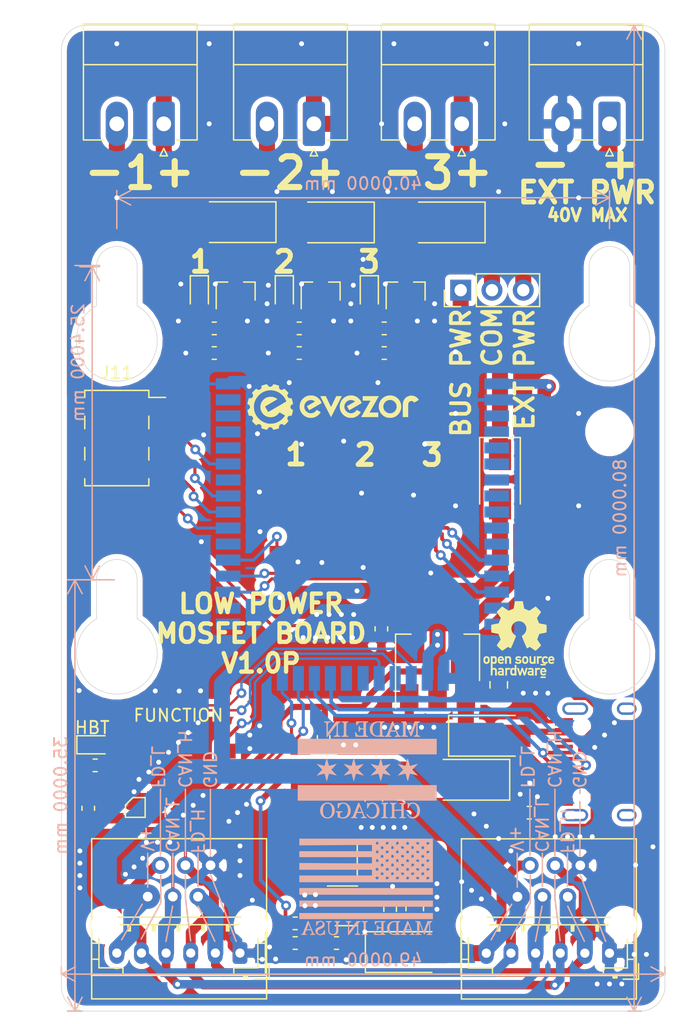
<source format=kicad_pcb>
(kicad_pcb (version 20221018) (generator pcbnew)
  (layers (0 "F.Cu" signal) (31 "B.Cu" signal) (34 "B.Paste" user) (35 "F.Paste" user) (36 "B.SilkS" user "B.Silkscreen") (37 "F.SilkS" user "F.Silkscreen") (38 "B.Mask" user) (39 "F.Mask" user) (44 "Edge.Cuts" user))
  (net 0 "")
  (net 1 "Net-(C1-Pad2)")
  (net 2 "Net-(C1-Pad1)")
  (net 3 "Net-(C2-Pad2)")
  (net 4 "+48V")
  (net 5 "GND")
  (net 6 "/CAN_H")
  (net 7 "/CAN_L")
  (net 8 "+3V3")
  (net 9 "/FD_H")
  (net 10 "/FD_L")
  (net 11 "/RESET")
  (net 12 "Net-(U3-Pad22)")
  (net 13 "Net-(U3-Pad23)")
  (net 14 "Net-(U3-Pad16)")
  (net 15 "Net-(U3-Pad28)")
  (net 16 "Net-(U3-Pad15)")
  (net 17 "Net-(U3-Pad11)")
  (net 18 "Net-(U3-Pad10)")
  (net 19 "Net-(U3-Pad9)")
  (net 20 "Net-(U3-Pad8)")
  (net 21 "Net-(U3-Pad7)")
  (net 22 "Net-(U3-Pad6)")
  (net 23 "Net-(U3-Pad5)")
  (net 24 "Net-(U3-Pad29)")
  (net 25 "Net-(U3-Pad33)")
  (net 26 "Net-(U3-Pad37)")
  (net 27 "/NEO_STATUS")
  (net 28 "Net-(U3-Pad3)")
  (net 29 "Net-(U3-Pad4)")
  (net 30 "Net-(C3-Pad1)")
  (net 31 "/BOOT")
  (net 32 "/D+")
  (net 33 "/CC2")
  (net 34 "/D-")
  (net 35 "/CC1")
  (net 36 "/VREG_OUT")
  (net 37 "/USB_VCC")
  (net 38 "/FUNCTION_BUTTON")
  (net 39 "/HBT_LED")
  (net 40 "Net-(C7-Pad1)")
  (net 41 "Net-(D1-Pad2)")
  (net 42 "Net-(D2-Pad2)")
  (net 43 "Net-(D3-Pad2)")
  (net 44 "Net-(D5-Pad2)")
  (net 45 "Net-(D6-Pad2)")
  (net 46 "Net-(D7-Pad2)")
  (net 47 "Net-(D11-Pad1)")
  (net 48 "Net-(D12-Pad1)")
  (net 49 "VBUS")
  (net 50 "/Vout")
  (net 51 "Net-(J6-PadB8)")
  (net 52 "Net-(J6-PadA8)")
  (net 53 "/FET_1")
  (net 54 "/FET_2")
  (net 55 "/FET_3")
  (net 56 "Net-(D13-Pad1)")
  (net 57 "/OLED_SCL")
  (net 58 "/OLED_SDA")
  (net 59 "Net-(U3-Pad42)")
  (net 60 "Net-(U3-Pad41)")
  (net 61 "Net-(U3-Pad40)")
  (net 62 "Net-(U3-Pad39)")
  (net 63 "/BUTTON_1")
  (net 64 "/BUTTON_2")
  (net 65 "/BUTTON_3")
  (footprint "EvezorLIB:RJ11_C189747_Horizontal" (layer "F.Cu") (at 140.079999 141.719999 180)
    (fp_text reference "J9")
    (fp_text value "RJ11")
  )
  (footprint "EvezorLIB:RJ11_C189747_Horizontal" (layer "F.Cu") (at 110.059999 141.709999 180)
    (fp_text reference "J10")
    (fp_text value "RJ11")
  )
  (footprint "Connector_JST:JST_PH_B6B-PH-K_1x06_P2.00mm_Vertical" (layer "F.Cu") (at 145 146.3 180)
    (fp_text reference "J7")
    (fp_text value "PH")
  )
  (footprint "Connector_JST:JST_PH_B6B-PH-K_1x06_P2.00mm_Vertical" (layer "F.Cu") (at 115 146.29 180)
    (fp_text reference "J8")
    (fp_text value "PH")
  )
  (footprint "LED_SMD:LED_0603_1608Metric" (layer "F.Cu") (at 103.2425 129.39)
    (fp_text reference "D11")
    (fp_text value "LED")
  )
  (footprint "Resistor_SMD:R_0603_1608Metric" (layer "F.Cu") (at 103.2425 131.06 180)
    (fp_text reference "R13")
    (fp_text value "15k")
  )
  (footprint "Capacitor_SMD:C_0603_1608Metric" (layer "F.Cu") (at 102.68 134.5425 -90)
    (fp_text reference "C10")
    (fp_text value "C_Small")
  )
  (footprint "Package_TO_SOT_SMD:SOT-223-3_TabPin2" (layer "F.Cu") (at 131.04 122.32 90)
    (fp_text reference "U2")
    (fp_text value "AMS1117-3.3")
  )
  (footprint "EvezorLIB:INDUCTOR_7.5X6.6_GCDA0630-220MC" (layer "F.Cu") (at 120.84 134.845 90)
    (fp_text reference "L1")
    (fp_text value "22uH")
  )
  (footprint "Package_TO_SOT_SMD:SOT-23-6" (layer "F.Cu") (at 123.65 142.46)
    (fp_text reference "U1")
    (fp_text value "SY8401ABC")
  )
  (footprint "Capacitor_SMD:C_0603_1608Metric" (layer "F.Cu") (at 127.19 142.7475 90)
    (fp_text reference "C3")
    (fp_text value ".1uF")
  )
  (footprint "Capacitor_SMD:C_0603_1608Metric" (layer "F.Cu") (at 119.4825 143.88)
    (fp_text reference "C2")
    (fp_text value ".1uF")
  )
  (footprint "Capacitor_SMD:C_0805_2012Metric" (layer "F.Cu") (at 125.87 133.7 -90)
    (fp_text reference "C6")
    (fp_text value "22uF")
  )
  (footprint "Capacitor_SMD:C_0805_2012Metric" (layer "F.Cu") (at 129.19 142.5975 90)
    (fp_text reference "C4")
    (fp_text value "4.7uF")
  )
  (footprint "Diode_SMD:D_SMA" (layer "F.Cu") (at 127.92 138.72)
    (fp_text reference "D4")
    (fp_text value "SX35_SCHOTTKY")
  )
  (footprint "Resistor_SMD:R_0603_1608Metric" (layer "F.Cu") (at 119.4825 145.48)
    (fp_text reference "R8")
    (fp_text value "82k")
  )
  (footprint "Resistor_SMD:R_0603_1608Metric" (layer "F.Cu") (at 122.8375 145.48 180)
    (fp_text reference "R1")
    (fp_text value "15k")
  )
  (footprint "Capacitor_SMD:C_0603_1608Metric" (layer "F.Cu") (at 122.5625 139.71 180)
    (fp_text reference "C1")
    (fp_text value ".1uF")
  )
  (footprint "Capacitor_SMD:C_0603_1608Metric" (layer "F.Cu") (at 127.83 133.5975 -90)
    (fp_text reference "C5")
    (fp_text value ".1uF")
  )
  (footprint "Diode_SMD:D_SMA" (layer "F.Cu") (at 128.58 146.21)
    (fp_text reference "D8")
    (fp_text value "SX35_SCHOTTKY")
  )
  (footprint "EvezorLIB:USB_C_Receptacle_HRO_TYPE-C-31-M-12" (layer "F.Cu") (at 145.35 130.78 90)
    (fp_text reference "J6")
    (fp_text value "USB_C_Receptacle_USB2.0")
  )
  (footprint "Resistor_SMD:R_0603_1608Metric" (layer "F.Cu") (at 139.6125 123.4 180)
    (fp_text reference "R9")
    (fp_text value "5.1k")
  )
  (footprint "Capacitor_SMD:C_0603_1608Metric" (layer "F.Cu") (at 121.79 128.8125 -90)
    (fp_text reference "C9")
    (fp_text value ".1uF")
  )
  (footprint "Diode_SMD:D_SMA" (layer "F.Cu") (at 133.5 132.23 180)
    (fp_text reference "D10")
    (fp_text value "SX35_SCHOTTKY")
  )
  (footprint "EvezorLIB:SWITCH_2x3_SMD_TACTILE_GREEN" (layer "F.Cu") (at 110.05 129.9 180)
    (fp_text reference "SW1")
    (fp_text value "SW_Push")
  )
  (footprint "Diode_SMD:D_SMA" (layer "F.Cu") (at 135.34 128.66)
    (fp_text reference "D9")
    (fp_text value "SX35_SCHOTTKY")
  )
  (footprint "Capacitor_SMD:C_0805_2012Metric" (layer "F.Cu") (at 136.01 124.5275 90)
    (fp_text reference "C7")
    (fp_text value "10uF")
  )
  (footprint "Capacitor_SMD:C_0603_1608Metric" (layer "F.Cu") (at 126.48 119.9825 -90)
    (fp_text reference "C8")
    (fp_text value ".1uF")
  )
  (footprint "LED_SMD:LED_0603_1608Metric" (layer "F.Cu") (at 111.7 92.8125 -90)
    (fp_text reference "D1")
    (fp_text value "LED")
  )
  (footprint "LED_SMD:LED_0603_1608Metric" (layer "F.Cu") (at 118.6 92.8125 -90)
    (fp_text reference "D2")
    (fp_text value "LED")
  )
  (footprint "LED_SMD:LED_0603_1608Metric" (layer "F.Cu") (at 125.5 92.8125 -90)
    (fp_text reference "D3")
    (fp_text value "LED")
  )
  (footprint "Diode_SMD:D_SMA" (layer "F.Cu") (at 114.52 86.98 180)
    (fp_text reference "D5")
    (fp_text value "D")
  )
  (footprint "Diode_SMD:D_SMA" (layer "F.Cu") (at 122.5 87 180)
    (fp_text reference "D6")
    (fp_text value "D")
  )
  (footprint "Diode_SMD:D_SMA" (layer "F.Cu") (at 131.5 87 180)
    (fp_text reference "D7")
    (fp_text value "D")
  )
  (footprint "Package_TO_SOT_SMD:SOT-23" (layer "F.Cu") (at 114.65 92.6 90)
    (fp_text reference "Q1")
    (fp_text value "T2N7002BK,LM‎")
  )
  (footprint "Package_TO_SOT_SMD:SOT-23" (layer "F.Cu") (at 128.45 92.6 90)
    (fp_text reference "Q3")
    (fp_text value "T2N7002BK,LM‎")
  )
  (footprint "Resistor_SMD:R_0603_1608Metric" (layer "F.Cu") (at 119.8125 95.6 180)
    (fp_text reference "R4")
    (fp_text value "1k")
  )
  (footprint "Resistor_SMD:R_0603_1608Metric" (layer "F.Cu") (at 126.7125 95.6 180)
    (fp_text reference "R6")
    (fp_text value "1k")
  )
  (footprint "Resistor_SMD:R_0603_1608Metric" (layer "F.Cu") (at 126.7125 97.6)
    (fp_text reference "R7")
    (fp_text value "10k")
  )
  (footprint "EvezorLIB:LED_SK6812MINI_PLCC4_3.5x3.5mm_P1.75mm" (layer "F.Cu") (at 106.5 134.475 180)
    (fp_text reference "D12")
    (fp_text value "SK6812MINI")
  )
  (footprint "Connector_Phoenix_MC:PhoenixContact_MC_1,5_2-G-3.81_1x02_P3.81mm_Horizontal" (layer "F.Cu") (at 108.81 79 180)
    (fp_text reference "J3")
    (fp_text value "Conn_01x02")
  )
  (footprint "Connector_Phoenix_MC:PhoenixContact_MC_1,5_2-G-3.81_1x02_P3.81mm_Horizontal" (layer "F.Cu") (at 121 79 180)
    (fp_text reference "J4")
    (fp_text value "Conn_01x02")
  )
  (footprint "Connector_Phoenix_MC:PhoenixContact_MC_1,5_2-G-3.81_1x02_P3.81mm_Horizontal" (layer "F.Cu") (at 133 79 180)
    (fp_text reference "J5")
    (fp_text value "Conn_01x02")
  )
  (footprint "Connector_PinHeader_2.54mm:PinHeader_1x03_P2.54mm_Vertical" (layer "F.Cu") (at 132.92 92.5 90)
    (fp_text reference "J1")
    (fp_text value "PWR_JUMPER")
  )
  (footprint "Resistor_SMD:R_0603_1608Metric" (layer "F.Cu") (at 112.9125 95.6 180)
    (fp_text reference "R2")
    (fp_text value "1k")
  )
  (footprint "Resistor_SMD:R_0603_1608Metric" (layer "F.Cu") (at 112.9125 97.6)
    (fp_text reference "R3")
    (fp_text value "10k")
  )
  (footprint "Package_TO_SOT_SMD:SOT-23" (layer "F.Cu") (at 121.55 92.6 90)
    (fp_text reference "Q2")
    (fp_text value "T2N7002BK,LM‎")
  )
  (footprint "Connector_Phoenix_MC:PhoenixContact_MC_1,5_2-G-3.81_1x02_P3.81mm_Horizontal" (layer "F.Cu") (at 145 79 180)
    (fp_text reference "J2")
    (fp_text value "Conn_01x02")
  )
  (footprint "Diode_SMD:D_SMA" (layer "F.Cu") (at 136.11 107.85 -90)
    (fp_text reference "D13")
    (fp_text value "SX35_SCHOTTKY")
  )
  (footprint "Resistor_SMD:R_0603_1608Metric" (layer "F.Cu") (at 138.4875 134.9 180)
    (fp_text reference "R10")
    (fp_text value "5.1k")
  )
  (footprint "EvezorLIB:LOGO_37" (layer "F.Cu") (at 117.45 101.97)
    (fp_text reference "G***" hide)
    (fp_text value "LOGO" hide)
  )
  (footprint "Resistor_SMD:R_0603_1608Metric" (layer "F.Cu") (at 119.8125 97.6)
    (fp_text reference "R5")
    (fp_text value "10k")
  )
  (footprint "EvezorLIB:evezor_18" (layer "F.Cu") (at 124.68 101.95)
    (fp_text reference "G***" hide)
    (fp_text value "LOGO" hide)
  )
  (footprint "Evezor_extras:OLED_STANDOFF" (layer "F.Cu") (at 145 104)
    (fp_text reference "H1")
    (fp_text value "MountingHole")
  )
  (footprint "Evezor_extras:OLED_HEADER" (layer "F.Cu") (at 105 104.5)
    (fp_text reference "J11")
    (fp_text value "Conn_02x03_Odd_Even")
  )
  (footprint "EvezorLIB:SWITCH_2x3_SMD_TACTILE_GREEN" (layer "F.Cu") (at 123.5 110.15 90)
    (fp_text reference "SW3")
    (fp_text value "SW_Push")
  )
  (footprint "EvezorLIB:SWITCH_2x3_SMD_TACTILE_GREEN" (layer "F.Cu") (at 129 110.15 90)
    (fp_text reference "SW4")
    (fp_text value "SW_Push")
  )
  (footprint "EvezorLIB:SWITCH_2x3_SMD_TACTILE_GREEN" (layer "F.Cu") (at 118 110.15 90)
    (fp_text reference "SW2")
    (fp_text value "SW_Push")
  )
  (footprint "Symbol:OSHW-Logo_5.7x6mm_SilkScreen" (layer "F.Cu") (at 137.64 120.75)
    (fp_text reference "REF**" hide)
    (fp_text value "OSHW-Logo_5.7x6mm_SilkScreen" hide)
  )
  (footprint "EvezorLIB:EDGE_STAMP" (layer "B.Cu") (at 124.94 123.6 180)
    (fp_text reference "U3")
    (fp_text value "EDGE_STM32F405_CPU_V1")
  )
  (footprint "Evezor_extras:MADE_IN_CHICAGO" (layer "B.Cu") (at 125.34 131.42 180)
    (fp_text reference "G***" hide)
    (fp_text value "LOGO" hide)
  )
  (footprint "Evezor_extras:MADE IN USA" (layer "B.Cu") (at 125.24 140.92 180)
    (fp_text reference "G***" hide)
    (fp_text value "LOGO" hide)
  )
  (gr_line (start 140.99 145.3) (end 140.57 141.82) (stroke (width 0.12)) (layer "B.SilkS"))
  (gr_line (start 139.55 140.9) (end 139.55 138.2) (stroke (width 0.12)) (layer "B.SilkS"))
  (gr_line (start 140.57 138.4) (end 140.57 133) (stroke (width 0.12)) (layer "B.SilkS"))
  (gr_line (start 136.98 145.15) (end 138.57 142.22) (stroke (width 0.12)) (layer "B.SilkS"))
  (gr_line (start 140.57 141.82) (end 140.57 139.99) (stroke (width 0.12)) (layer "B.SilkS"))
  (gr_line (start 142.96 145.33) (end 141.61 142.49) (stroke (width 0.12)) (layer "B.SilkS"))
  (gr_line (start 138.54 138.36) (end 138.54 133) (stroke (width 0.12)) (layer "B.SilkS"))
  (gr_line (start 137.51 140.95) (end 137.51 138.2) (stroke (width 0.12)) (layer "B.SilkS"))
  (gr_line (start 138.57 142.22) (end 138.57 139.98) (stroke (width 0.12)) (layer "B.SilkS"))
  (gr_line (start 135.39 145.21) (end 137.06 142.33) (stroke (width 0.12)) (layer "B.SilkS"))
  (gr_line (start 138.99 145.34) (end 139.53 142.49) (stroke (width 0.12)) (layer "B.SilkS"))
  (gr_line (start 144.69 145.34) (end 142.63 139.97) (stroke (width 0.12)) (layer "B.SilkS"))
  (gr_line (start 142.6 138.4) (end 142.6 133) (stroke (width 0.12)) (layer "B.SilkS"))
  (gr_line (start 141.59 140.89) (end 141.59 138.2) (stroke (width 0.12)) (layer "B.SilkS"))
  (gr_line (start 108.99 145.34) (end 109.53 142.49) (stroke (width 0.12)) (layer "B.SilkS"))
  (gr_line (start 112.6 138.4) (end 112.6 133) (stroke (width 0.12)) (layer "B.SilkS"))
  (gr_line (start 110.57 141.82) (end 110.57 139.99) (stroke (width 0.12)) (layer "B.SilkS"))
  (gr_line (start 108.54 138.36) (end 108.54 133) (stroke (width 0.12)) (layer "B.SilkS"))
  (gr_line (start 107.51 140.95) (end 107.51 138.2) (stroke (width 0.12)) (layer "B.SilkS"))
  (gr_line (start 110.99 145.3) (end 110.57 141.82) (stroke (width 0.12)) (layer "B.SilkS"))
  (gr_line (start 108.57 142.22) (end 108.57 139.98) (stroke (width 0.12)) (layer "B.SilkS"))
  (gr_line (start 106.98 145.15) (end 108.57 142.22) (stroke (width 0.12)) (layer "B.SilkS"))
  (gr_line (start 109.55 140.9) (end 109.55 138.2) (stroke (width 0.12)) (layer "B.SilkS"))
  (gr_line (start 105.39 145.21) (end 107.06 142.33) (stroke (width 0.12)) (layer "B.SilkS"))
  (gr_line (start 111.59 140.89) (end 111.59 138.2) (stroke (width 0.12)) (layer "B.SilkS"))
  (gr_line (start 114.69 145.34) (end 112.63 139.97) (stroke (width 0.12)) (layer "B.SilkS"))
  (gr_line (start 112.96 145.33) (end 111.61 142.49) (stroke (width 0.12)) (layer "B.SilkS"))
  (gr_line (start 110.57 138.4) (end 110.57 133) (stroke (width 0.12)) (layer "B.SilkS"))
  (gr_line (start 101.6 90.500001) (end 103.6 90.5) (stroke (width 0.12)) (layer "B.SilkS"))
  (gr_line (start 101.6 116) (end 104.8 116) (stroke (width 0.12)) (layer "B.SilkS"))
  (gr_line (start 143.349999 93.76373) (end 143.349999 90.6) (stroke (width 0.05)) (layer "Edge.Cuts"))
  (gr_line (start 106.650001 119.163729) (end 106.650001 115.999999) (stroke (width 0.05)) (layer "Edge.Cuts"))
  (gr_arc (start 103.35 90.6) (mid 105 88.95) (end 106.65 90.6) (stroke (width 0.05)) (layer "Edge.Cuts"))
  (gr_arc (start 146.649999 119.163728) (mid 145.000001 125.281299) (end 143.349999 119.163729) (stroke (width 0.05)) (layer "Edge.Cuts"))
  (gr_arc (start 100.5 73) (mid 101.085786 71.585786) (end 102.5 71) (stroke (width 0.05)) (layer "Edge.Cuts"))
  (gr_line (start 149.5 149) (end 149.499999 73) (stroke (width 0.05)) (layer "Edge.Cuts"))
  (gr_line (start 146.65 119.163729) (end 146.65 115.999999) (stroke (width 0.05)) (layer "Edge.Cuts"))
  (gr_line (start 102.500001 151) (end 147.5 151) (stroke (width 0.05)) (layer "Edge.Cuts"))
  (gr_arc (start 106.65 93.76373) (mid 105 99.8813) (end 103.35 93.76373) (stroke (width 0.05)) (layer "Edge.Cuts"))
  (gr_line (start 102.5 71) (end 147.5 71) (stroke (width 0.05)) (layer "Edge.Cuts"))
  (gr_arc (start 143.35 115.999999) (mid 145 114.349999) (end 146.65 115.999999) (stroke (width 0.05)) (layer "Edge.Cuts"))
  (gr_line (start 143.349999 119.163729) (end 143.35 115.999999) (stroke (width 0.05)) (layer "Edge.Cuts"))
  (gr_line (start 106.65 93.76373) (end 106.65 90.6) (stroke (width 0.05)) (layer "Edge.Cuts"))
  (gr_arc (start 102.500001 151) (mid 101.085787 150.414214) (end 100.500001 149) (stroke (width 0.05)) (layer "Edge.Cuts"))
  (gr_arc (start 143.349998 90.6) (mid 144.999999 88.949999) (end 146.65 90.6) (stroke (width 0.05)) (layer "Edge.Cuts"))
  (gr_arc (start 149.5 148.999999) (mid 148.914214 150.414213) (end 147.5 150.999999) (stroke (width 0.05)) (layer "Edge.Cuts"))
  (gr_arc (start 146.649999 93.76373) (mid 144.999999 99.8813) (end 143.349999 93.76373) (stroke (width 0.05)) (layer "Edge.Cuts"))
  (gr_arc (start 147.499999 71) (mid 148.914213 71.585786) (end 149.499999 73) (stroke (width 0.05)) (layer "Edge.Cuts"))
  (gr_line (start 103.35 93.76373) (end 103.35 90.6) (stroke (width 0.05)) (layer "Edge.Cuts"))
  (gr_arc (start 103.350001 115.999999) (mid 105.000001 114.349999) (end 106.650001 115.999999) (stroke (width 0.05)) (layer "Edge.Cuts"))
  (gr_line (start 103.35 119.163729) (end 103.35 115.999999) (stroke (width 0.05)) (layer "Edge.Cuts"))
  (gr_line (start 100.500001 149) (end 100.5 73) (stroke (width 0.05)) (layer "Edge.Cuts"))
  (gr_arc (start 106.65 119.163729) (mid 105 125.281299) (end 103.35 119.163729) (stroke (width 0.05)) (layer "Edge.Cuts"))
  (gr_line (start 146.649999 93.76373) (end 146.649999 90.6) (stroke (width 0.05)) (layer "Edge.Cuts"))
  (gr_text "FD_H\n" (at 141.54 136.4 270) (layer "B.SilkS") (effects (font (size 1 1)) (justify mirror)))
  (gr_text "CAN_H" (at 140.51 130.55 270) (layer "B.SilkS") (effects (font (size 1 1)) (justify mirror)))
  (gr_text "FD_L\n" (at 138.32 131.2 270) (layer "B.SilkS") (effects (font (size 1 1)) (justify mirror)))
  (gr_text "CAN_L" (at 139.48 135.89 270) (layer "B.SilkS") (effects (font (size 1 1)) (justify mirror)))
  (gr_text "V+" (at 137.45 136.99 270) (layer "B.SilkS") (effects (font (size 1 1)) (justify mirror)))
  (gr_text "GND\n" (at 142.53 131.4 270) (layer "B.SilkS") (effects (font (size 1 1)) (justify mirror)))
  (gr_text "CAN_H" (at 110.51 130.55 270) (layer "B.SilkS") (effects (font (size 1 1)) (justify mirror)))
  (gr_text "FD_L\n" (at 108.32 131.2 -90) (layer "B.SilkS") (effects (font (size 1 1)) (justify mirror)))
  (gr_text "CAN_L" (at 109.48 135.89 270) (layer "B.SilkS") (effects (font (size 1 1)) (justify mirror)))
  (gr_text "V+" (at 107.45 136.99 270) (layer "B.SilkS") (effects (font (size 1 1)) (justify mirror)))
  (gr_text "FD_H\n" (at 111.54 136.4 270) (layer "B.SilkS") (effects (font (size 1 1)) (justify mirror)))
  (gr_text "GND\n" (at 112.53 131.4 270) (layer "B.SilkS") (effects (font (size 1 1)) (justify mirror)))
  (gr_text "-" (at 104 82.8) (layer "F.SilkS") (effects (font (size 2.5 2.5) (thickness 0.5))))
  (gr_text "+" (at 109.7 82.8) (layer "F.SilkS") (effects (font (size 2.5 2.5) (thickness 0.5))))
  (gr_text "+" (at 133.9 82.8) (layer "F.SilkS") (effects (font (size 2.5 2.5) (thickness 0.5))))
  (gr_text "-" (at 128.2 82.8) (layer "F.SilkS") (effects (font (size 2.5 2.5) (thickness 0.5))))
  (gr_text "3\n" (at 131.1 83) (layer "F.SilkS") (effects (font (size 2.5 2.5) (thickness 0.5))))
  (gr_text "1" (at 111.8 90.2) (layer "F.SilkS") (effects (font (size 1.7 1.7) (thickness 0.4))))
  (gr_text "2" (at 118.6 90.2) (layer "F.SilkS") (effects (font (size 1.7 1.7) (thickness 0.4))))
  (gr_text "3\n" (at 125.5 90.2) (layer "F.SilkS") (effects (font (size 1.7 1.7) (thickness 0.4))))
  (gr_text "LOW POWER\nMOSFET BOARD\nV1.0P" (at 116.71 120.36) (layer "F.SilkS") (effects (font (size 1.5 1.5) (thickness 0.35))))
  (gr_text "-" (at 140.19 82.15) (layer "F.SilkS") (effects (font (size 2.5 2.5) (thickness 0.5))))
  (gr_text "+" (at 145.89 82.15) (layer "F.SilkS") (effects (font (size 2.5 2.5) (thickness 0.5))))
  (gr_text "EXT PWR" (at 143.18 84.58) (layer "F.SilkS") (effects (font (size 1.7 1.7) (thickness 0.4))))
  (gr_text "EXT PWR" (at 138.1 98.93 90) (layer "F.SilkS") (effects (font (size 1.5 1.5) (thickness 0.3))))
  (gr_text "BUS PWR" (at 132.94 99.21 90) (layer "F.SilkS") (effects (font (size 1.5 1.5) (thickness 0.3))))
  (gr_text "HBT" (at 103 128) (layer "F.SilkS") (effects (font (size 1 1))))
  (gr_text "1" (at 119.55 105.84) (layer "F.SilkS") (effects (font (size 1.7 1.7) (thickness 0.4))))
  (gr_text "2" (at 125.16 105.87) (layer "F.SilkS") (effects (font (size 1.7 1.7) (thickness 0.4))))
  (gr_text "3\n" (at 130.6 105.88) (layer "F.SilkS") (effects (font (size 1.7 1.7) (thickness 0.4))))
  (gr_text "-" (at 116.2 82.8) (layer "F.SilkS") (effects (font (size 2.5 2.5) (thickness 0.5))))
  (gr_text "1" (at 106.9 83) (layer "F.SilkS") (effects (font (size 2.5 2.5) (thickness 0.5))))
  (gr_text "+" (at 121.9 82.8) (layer "F.SilkS") (effects (font (size 2.5 2.5) (thickness 0.5))))
  (gr_text "FUNCTION" (at 110 127) (layer "F.SilkS") (effects (font (size 1 1))))
  (gr_text "40V MAX" (at 143.2 86.41) (layer "F.SilkS") (effects (font (size 1 1) (thickness 0.25))))
  (gr_text "COM" (at 135.47 96.3 90) (layer "F.SilkS") (effects (font (size 1.5 1.5) (thickness 0.3))))
  (gr_text "2" (at 119.1 83) (layer "F.SilkS") (effects (font (size 2.5 2.5) (thickness 0.5))))
  (dimension (type aligned) (layer "B.SilkS") (pts (xy 105 87.5) (xy 145 87.5)) (height -2.5) (gr_text "40.0000 mm" (at 125 83.85) (layer "B.SilkS") (effects (font (size 1 1) (thickness 0.15)) (justify mirror))) (format (prefix "") (suffix "") (units 2) (units_format 1) (precision 4)) (style (thickness 0.12) (arrow_length 1.27) (text_position_mode 0) (extension_height 0.58642) (extension_offset 0) keep_text_aligned))
  (dimension (type aligned) (layer "B.SilkS") (pts (xy 102 90.600001) (xy 102 116)) (height -1) (gr_text "25.4000 mm" (at 101.85 103.300001 90) (layer "B.SilkS") (effects (font (size 1 1) (thickness 0.15)) (justify right mirror))) (format (prefix "") (suffix "") (units 2) (units_format 1) (precision 4)) (style (thickness 0.12) (arrow_length 1.27) (text_position_mode 0) (extension_height 0.58642) (extension_offset 0) keep_text_aligned))
  (dimension (type aligned) (layer "B.SilkS") (pts (xy 101 116) (xy 101 151)) (height -0.6) (gr_text "35.0000 mm" (at 100.45 133.5 90) (layer "B.SilkS") (effects (font (size 1 1) (thickness 0.15)) (justify mirror))) (format (prefix "") (suffix "") (units 2) (units_format 1) (precision 4)) (style (thickness 0.12) (arrow_length 1.27) (text_position_mode 0) (extension_height 0.58642) (extension_offset 0) keep_text_aligned))
  (dimension (type aligned) (layer "B.SilkS") (pts (xy 100.5 148) (xy 149.5 148)) (height 0) (gr_text "49.0000 mm" (at 125 146.85) (layer "B.SilkS") (effects (font (size 1 1) (thickness 0.15)) (justify mirror))) (format (prefix "") (suffix "") (units 2) (units_format 1) (precision 4)) (style (thickness 0.12) (arrow_length 1.27) (text_position_mode 0) (extension_height 0.58642) (extension_offset 0) keep_text_aligned))
  (dimension (type aligned) (layer "B.SilkS") (pts (xy 146.5 150.999999) (xy 146.5 71)) (height 0.5) (gr_text "80.0000 mm" (at 145.85 110.999999 90) (layer "B.SilkS") (effects (font (size 1 1) (thickness 0.15)) (justify mirror))) (format (prefix "") (suffix "") (units 2) (units_format 1) (precision 4)) (style (thickness 0.12) (arrow_length 1.27) (text_position_mode 0) (extension_height 0.58642) (extension_offset 0) keep_text_aligned))
  (segment (start 122.55 141.51) (end 122.55 140.91) (width 0.7) (layer "F.Cu") (net 1))
  (segment (start 121.775 140.185) (end 121.775 139.71) (width 0.7) (layer "F.Cu") (net 1))
  (segment (start 122.5 140.91) (end 121.775 140.185) (width 0.7) (layer "F.Cu") (net 1))
  (segment (start 122.55 140.91) (end 122.5 140.91) (width 0.7) (layer "F.Cu") (net 1))
  (segment (start 123.35 139.71) (end 123.35 138.135) (width 0.2) (layer "F.Cu") (net 2))
  (segment (start 123.35 138.135) (end 122.755 137.54) (width 0.2) (layer "F.Cu") (net 2))
  (segment (start 122.755 137.54) (end 120.84 137.54) (width 0.2) (layer "F.Cu") (net 2))
  (segment (start 124.75 139.89) (end 124.57 139.71) (width 0.2) (layer "F.Cu") (net 2))
  (segment (start 124.57 139.71) (end 123.35 139.71) (width 0.2) (layer "F.Cu") (net 2))
  (segment (start 124.75 141.51) (end 124.75 139.89) (width 0.2) (layer "F.Cu") (net 2))
  (segment (start 124.75 139.89) (end 125.92 138.72) (width 0.2) (layer "F.Cu") (net 2))
  (segment (start 121.15 143.58) (end 121.32 143.41) (width 0.7) (layer "F.Cu") (net 3))
  (segment (start 120.32 143.93) (end 120.27 143.88) (width 0.9) (layer "F.Cu") (net 3))
  (segment (start 121.15 143.81) (end 121.15 143.58) (width 0.7) (layer "F.Cu") (net 3))
  (segment (start 120.45 143.81) (end 121.15 143.81) (width 0.7) (layer "F.Cu") (net 3))
  (segment (start 120.45 143.81) (end 122.75 143.81) (width 0.9) (layer "F.Cu") (net 3))
  (segment (start 121.32 143.41) (end 122.55 143.41) (width 0.7) (layer "F.Cu") (net 3))
  (segment (start 120.27 145.48) (end 120.27 143.88) (width 0.9) (layer "F.Cu") (net 3))
  (segment (start 124.5 116.9) (end 134.370088 116.9) (width 1.3) (layer "F.Cu") (net 4))
  (segment (start 135 146.3) (end 130.67 146.3) (width 1.3) (layer "F.Cu") (net 4))
  (segment (start 136.11 115.160088) (end 136.11 109.85) (width 1.3) (layer "F.Cu") (net 4))
  (segment (start 134.370088 116.9) (end 136.11 115.160088) (width 1.3) (layer "F.Cu") (net 4))
  (segment (start 130.67 146.3) (end 130.58 146.21) (width 1.3) (layer "F.Cu") (net 4))
  (via (at 124.5 116.9) (size 0.8) (drill 0.4) (layers "F.Cu" "B.Cu") (net 4))
  (segment (start 137.529999 143.410001) (end 137.529999 141.719999) (width 1.3) (layer "B.Cu") (net 4))
  (segment (start 113.54 131.54) (end 127.35 131.54) (width 2) (layer "B.Cu") (net 4))
  (segment (start 107.509999 141.709999) (end 104.709999 141.709999) (width 2) (layer "B.Cu") (net 4))
  (segment (start 113.54 124.46) (end 121.1 116.9) (width 1.3) (layer "B.Cu") (net 4))
  (segment (start 136.835 141.025) (end 137.529999 141.719999) (width 2) (layer "B.Cu") (net 4))
  (segment (start 135 145.94) (end 137.529999 143.410001) (width 1.3) (layer "B.Cu") (net 4))
  (segment (start 110.61 131.54) (end 113.54 131.54) (width 2) (layer "B.Cu") (net 4))
  (segment (start 106.18 144.784377) (end 106.18 143.039998) (width 1.3) (layer "B.Cu") (net 4))
  (segment (start 106.18 143.039998) (end 107.509999 141.709999) (width 1.3) (layer "B.Cu") (net 4))
  (segment (start 104 141) (end 104 138.15) (width 2) (layer "B.Cu") (net 4))
  (segment (start 105 145.964377) (end 106.18 144.784377) (width 1.3) (layer "B.Cu") (net 4))
  (segment (start 105 146.29) (end 105 145.964377) (width 1.3) (layer "B.Cu") (net 4))
  (segment (start 113.54 131.54) (end 113.54 124.46) (width 1.3) (layer "B.Cu") (net 4))
  (segment (start 104 138.15) (end 110.61 131.54) (width 2) (layer "B.Cu") (net 4))
  (segment (start 135 146.3) (end 135 145.94) (width 1.3) (layer "B.Cu") (net 4))
  (segment (start 104.709999 141.709999) (end 104 141) (width 2) (layer "B.Cu") (net 4))
  (segment (start 127.35 131.54) (end 136.835 141.025) (width 2) (layer "B.Cu") (net 4))
  (segment (start 121.1 116.9) (end 124.5 116.9) (width 1.3) (layer "B.Cu") (net 4))
  (segment (start 145 146.3) (end 145 145.425) (width 0.8) (layer "F.Cu") (net 5))
  (segment (start 145 145.425) (end 144.325 144.75) (width 0.8) (layer "F.Cu") (net 5))
  (segment (start 114.4 145.69) (end 114.4 145.22) (width 0.8) (layer "F.Cu") (net 5))
  (segment (start 114.4 145.22) (end 114.03 144.85) (width 0.8) (layer "F.Cu") (net 5))
  (segment (start 115 146.29) (end 114.4 145.69) (width 0.8) (layer "F.Cu") (net 5))
  (via (at 128.38 136.1) (size 0.8) (drill 0.4) (layers "F.Cu" "B.Cu") (net 5))
  (via (at 121.13 141.55) (size 0.8) (drill 0.4) (layers "F.Cu" "B.Cu") (net 5))
  (via (at 120.27 142.45) (size 0.8) (drill 0.4) (layers "F.Cu" "B.Cu") (net 5))
  (via (at 126.63 136.1) (size 0.8) (drill 0.4) (layers "F.Cu" "B.Cu") (net 5))
  (via (at 130.99 140.66) (size 0.8) (drill 0.4) (layers "F.Cu" "B.Cu") (net 5))
  (via (at 124.84 136.1) (size 0.8) (drill 0.4) (layers "F.Cu" "B.Cu") (net 5))
  (via (at 130.99 141.75) (size 0.8) (drill 0.4) (layers "F.Cu" "B.Cu") (net 5))
  (via (at 127.39 140.88) (size 0.8) (drill 0.4) (layers "F.Cu" "B.Cu") (net 5))
  (via (at 121.12 142.43) (size 0.8) (drill 0.4) (layers "F.Cu" "B.Cu") (net 5))
  (via (at 127.5 136.1) (size 0.8) (drill 0.4) (layers "F.Cu" "B.Cu") (net 5))
  (via (at 125.74 136.1) (size 0.8) (drill 0.4) (layers "F.Cu" "B.Cu") (net 5))
  (via (at 120.26 141.58) (size 0.8) (drill 0.4) (layers "F.Cu" "B.Cu") (net 5))
  (via (at 107.1 138.6) (size 0.8) (drill 0.4) (layers "F.Cu" "B.Cu") (net 5))
  (via (at 111.8 125.01) (size 0.8) (drill 0.4) (layers "F.Cu" "B.Cu") (net 5))
  (via (at 148 146.4) (size 0.8) (drill 0.4) (layers "F.Cu" "B.Cu") (net 5))
  (via (at 123.4 129.4) (size 0.8) (drill 0.4) (layers "F.Cu" "B.Cu") (net 5))
  (via (at 120.13 120.69) (size 0.8) (drill 0.4) (layers "F.Cu" "B.Cu") (net 5))
  (via (at 102 140) (size 0.8) (drill 0.4) (layers "F.Cu" "B.Cu") (net 5))
  (via (at 130.49 115.45) (size 0.8) (drill 0.4) (layers "F.Cu" "B.Cu") (net 5))
  (via (at 127 84.5) (size 0.8) (drill 0.4) (layers "F.Cu" "B.Cu") (net 5))
  (via (at 108.12 125.02) (size 0.8) (drill 0.4) (layers "F.Cu" "B.Cu") (net 5))
  (via (at 107.4 137.3) (size 0.8) (drill 0.4) (layers "F.Cu" "B.Cu") (net 5))
  (via (at 145 148.8) (size 0.8) (drill 0.4) (layers "F.Cu" "B.Cu") (net 5))
  (via (at 128.74 127.97) (size 0.8) (drill 0.4) (layers "F.Cu" "B.Cu") (net 5))
  (via (at 138 125.2) (size 0.8) (drill 0.4) (layers "F.Cu" "B.Cu") (net 5))
  (via (at 124 95) (size 0.8) (drill 0.4) (layers "F.Cu" "B.Cu") (net 5))
  (via (at 114.8 134.89) (size 0.8) (drill 0.4) (layers "F.Cu" "B.Cu") (net 5))
  (via (at 140.6 136.85) (size 0.8) (drill 0.4) (layers "F.Cu" "B.Cu") (net 5))
  (via (at 144.6 128.6) (size 0.8) (drill 0.4) (layers "F.Cu" "B.Cu") (net 5))
  (via (at 108.3 137.3) (size 0.8) (drill 0.4) (layers "F.Cu" "B.Cu") (net 5))
  (via (at 123.62 146.83) (size 0.8) (drill 0.4) (layers "F.Cu" "B.Cu") (net 5))
  (via (at 115.8 129.7) (size 0.8) (drill 0.4) (layers "F.Cu" "B.Cu") (net 5))
  (via (at 132.5 102.5) (size 0.8) (drill 0.4) (layers "F.Cu" "B.Cu") (net 5))
  (via (at 105 85) (size 0.8) (drill 0.4) (layers "F.Cu" "B.Cu") (net 5))
  (via (at 111.86 112.91) (size 0.8) (drill 0.4) (layers "F.Cu" "B.Cu") (net 5))
  (via (at 148.53 137.67) (size 0.8) (drill 0.4) (layers "F.Cu" "B.Cu") (net 5))
  (via (at 126.2 100) (size 0.8) (drill 0.4) (layers "F.Cu" "B.Cu") (net 5))
  (via (at 117.2 93.6) (size 0.8) (drill 0.4) (layers "F.Cu" "B.Cu") (net 5))
  (via (at 147 146.4) (size 0.8) (drill 0.4) (layers "F.Cu" "B.Cu") (net 5))
  (via (at 106.4 133.2) (size 0.8) (drill 0.4) (layers "F.Cu" "B.Cu") (net 5))
  (via (at 110.8 128.4) (size 0.8) (drill 0.4) (layers "F.Cu" "B.Cu") (net 5))
  (via (at 139 125.2) (size 0.8) (drill 0.4) (layers "F.Cu" "B.Cu") (net 5))
  (via (at 146 148.8) (size 0.8) (drill 0.4) (layers "F.Cu" "B.Cu") (net 5))
  (via (at 110.6 97.6) (size 0.8) (drill 0.4) (layers "F.Cu" "B.Cu") (net 5))
  (via (at 116.63 112.09) (size 0.8) (drill 0.4) (layers "F.Cu" "B.Cu") (net 5))
  (via (at 112.5 79) (size 0.8) (drill 0.4) (layers "F.Cu" "B.Cu") (net 5))
  (via (at 110 129.2) (size 0.8) (drill 0.4) (layers "F.Cu" "B.Cu") (net 5))
  (via (at 116.58 108.87) (size 0.8) (drill 0.4) (layers "F.Cu" "B.Cu") (net 5))
  (via (at 121.13 120.69) (size 0.8) (drill 0.4) (layers "F.Cu" "B.Cu") (net 5))
  (via (at 129.74 127.97) (size 0.8) (drill 0.4) (layers "F.Cu" "B.Cu") (net 5))
  (via (at 147.12 139.15) (size 0.8) (drill 0.4) (layers "F.Cu" "B.Cu") (net 5))
  (via (at 112.5 72.5) (size 0.8) (drill 0.4) (layers "F.Cu" "B.Cu") (net 5))
  (via (at 137 138) (size 0.8) (drill 0.4) (layers "F.Cu" "B.Cu") (net 5))
  (via (at 123.23 118.82) (size 0.8) (drill 0.4) (layers "F.Cu" "B.Cu") (net 5))
  (via (at 112.05 104.24) (size 0.8) (drill 0.4) (layers "F.Cu" "B.Cu") (net 5))
  (via (at 117.3 97.6) (size 0.8) (drill 0.4) (layers "F.Cu" "B.Cu") (net 5))
  (via (at 135 136) (size 0.8) (drill 0.4) (layers "F.Cu" "B.Cu") (net 5))
  (via (at 129.09 109.13) (size 0.8) (drill 0.4) (layers "F.Cu" "B.Cu") (net 5))
  (via (at 126.5 79) (size 0.8) (drill 0.4) (layers "F.Cu" "B.Cu") (net 5))
  (via (at 122.23 118.82) (size 0.8) (drill 0.4) (layers "F.Cu" "B.Cu") (net 5))
  (via (at 144 148.8) (size 0.8) (drill 0.4) (layers "F.Cu" "B.Cu") (net 5))
  (via (at 140 125.2) (size 0.8) (drill 0.4) (layers "F.Cu" "B.Cu") (net 5))
  (via (at 115.6 95) (size 0.8) (drill 0.4) (layers "F.Cu" "B.Cu") (net 5))
  (via (at 112 133.5) (size 0.8) (drill 0.4) (layers "F.Cu" "B.Cu") (net 5))
  (via (at 102 138) (size 0.8) (drill 0.4) (layers "F.Cu" "B.Cu") (net 5))
  (via (at 140 117.5) (size 0.8) (drill 0.4) (layers "F.Cu" "B.Cu") (net 5))
  (via (at 139.15 133.6) (size 0.8) (drill 0.4) (layers "F.Cu" "B.Cu") (net 5))
  (via (at 142.5 110) (size 0.8) (drill 0.4) (layers "F.Cu" "B.Cu") (net 5))
  (via (at 124.23 118.82) (size 0.8) (drill 0.4) (layers "F.Cu" "B.Cu") (net 5))
  (via (at 106.4 139.3) (size 0.8) (drill 0.4) (layers "F.Cu" "B.Cu") (net 5))
  (via (at 124.4 129.4) (size 0.8) (drill 0.4) (layers "F.Cu" "B.Cu") (net 5))
  (via (at 126.74 127.97) (size 0.8) (drill 0.4) (layers "F.Cu" "B.Cu") (net 5))
  (via (at 123.42 104.75) (size 0.8) (drill 0.4) (layers "F.Cu" "B.Cu") (net 5))
  (via (at 116 142) (size 0.8) (drill 0.4) (layers "F.Cu" "B.Cu") (net 5))
  (via (at 127.5 72.5) (size 0.8) (drill 0.4) (layers "F.Cu" "B.Cu") (net 5))
  (via (at 125 115) (size 0.8) (drill 0.4) (layers "F.Cu" "B.Cu") (net 5))
  (via (at 130.74 127.97) (size 0.8) (drill 0.4) (layers "F.Cu" "B.Cu") (net 5))
  (via (at 116.6 127.85) (size 0.8) (drill 0.4) (layers "F.Cu" "B.Cu") (net 5))
  (via (at 122.6 95) (size 0.8) (drill 0.4) (layers "F.Cu" "B.Cu") (net 5))
  (via (at 118 84.5) (size 0.8) (drill 0.4) (layers "F.Cu" "B.Cu") (net 5))
  (via (at 136 137) (size 0.8) (drill 0.4) (layers "F.Cu" "B.Cu") (net 5))
  (via (at 132.5 97.5) (size 0.8) (drill 0.4) (layers "F.Cu" "B.Cu") (net 5))
  (via (at 133.8 141.2) (size 0.8) (drill 0.4) (layers "F.Cu" "B.Cu") (net 5))
  (via (at 111.2 134.3) (size 0.8) (drill 0.4) (layers "F.Cu" "B.Cu") (net 5))
  (via (at 102 139) (size 0.8) (drill 0.4) (layers "F.Cu" "B.Cu") (net 5))
  (via (at 134 135) (size 0.8) (drill 0.4) (layers "F.Cu" "B.Cu") (net 5))
  (via (at 122.13 120.69) (size 0.8) (drill 0.4) (layers "F.Cu" "B.Cu") (net 5))
  (via (at 130 105) (size 0.8) (drill 0.4) (layers "F.Cu" "B.Cu") (net 5))
  (via (at 132.5 110) (size 0.8) (drill 0.4) (layers "F.Cu" "B.Cu") (net 5))
  (via (at 130.99 142.74) (size 0.8) (drill 0.4) (layers "F.Cu" "B.Cu") (net 5))
  (via (at 117.89 146.78) (size 0.8) (drill 0.4) (layers "F.Cu" "B.Cu") (net 5))
  (via (at 115 137.6) (size 0.8) (drill 0.4) (layers "F.Cu" "B.Cu") (net 5))
  (via (at 122.5 84.5) (size 0.8) (drill 0.4) (layers "F.Cu" "B.Cu") (net 5))
  (via (at 137.75 133.4) (size 0.8) (drill 0.4) (layers "F.Cu" "B.Cu") (net 5))
  (via (at 130.8 93.6) (size 0.8) (drill 0.4) (layers "F.Cu" "B.Cu") (net 5))
  (via (at 120 105) (size 0.8) (drill 0.4) (layers "F.Cu" "B.Cu") (net 5))
  (via (at 142.6 136.85) (size 0.8) (drill 0.4) (layers "F.Cu" "B.Cu") (net 5))
  (via (at 107.6 131.6) (size 0.8) (drill 0.4) (layers "F.Cu" "B.Cu") (net 5))
  (via (at 111.6 127.6) (size 0.8) (drill 0.4) (layers "F.Cu" "B.Cu") (net 5))
  (via (at 118.24 117.45) (size 0.8) (drill 0.4) (layers "F.Cu" "B.Cu") (net 5))
  (via (at 130.8 95) (size 0.8) (drill 0.4) (layers "F.Cu" "B.Cu") (net 5))
  (via (at 125 90) (size 0.8) (drill 0.4) (layers "F.Cu" "B.Cu") (net 5))
  (via (at 124.5 97.6) (size 0.8) (drill 0.4) (layers "F.Cu" "B.Cu") (net 5))
  (via (at 117.3 92.1) (size 0.8) (drill 0.4) (layers "F.Cu" "B.Cu") (net 5))
  (via (at 110.06 125.03) (size 0.8) (drill 0.4) (layers "F.Cu" "B.Cu") (net 5))
  (via (at 120 92) (size 0.8) (drill 0.4) (layers "F.Cu" "B.Cu") (net 5))
  (via (at 136.5 79) (size 0.8) (drill 0.4) (layers "F.Cu" "B.Cu") (net 5))
  (via (at 105.7 139.9) (size 0.8) (drill 0.4) (layers "F.Cu" "B.Cu") (net 5))
  (via (at 143.6 136.85) (size 0.8) (drill 0.4) (layers "F.Cu" "B.Cu") (net 5))
  (via (at 138.55 132.5) (size 0.8) (drill 0.4) (layers "F.Cu" "B.Cu") (net 5))
  (via (at 115 140) (size 0.8) (drill 0.4) (layers "F.Cu" "B.Cu") (net 5))
  (via (at 142.5 85) (size 0.8) (drill 0.4) (layers "F.Cu" "B.Cu") (net 5))
  (via (at 105 72.5) (size 0.8) (drill 0.4) (layers "F.Cu" "B.Cu") (net 5))
  (via (at 106.8 132.2) (size 0.8) (drill 0.4) (layers "F.Cu" "B.Cu") (net 5))
  (via (at 129.4 95) (size 0.8) (drill 0.4) (layers "F.Cu" "B.Cu") (net 5))
  (via (at 108.4 130.8) (size 0.8) (drill 0.4) (layers "F.Cu" "B.Cu") (net 5))
  (via (at 143.8 129.6) (size 0.8) (drill 0.4) (layers "F.Cu" "B.Cu") (net 5))
  (via (at 145.4 127.6) (size 0.8) (drill 0.4) (layers "F.Cu" "B.Cu") (net 5))
  (via (at 110.2 92) (size 0.8) (drill 0.4) (layers "F.Cu" "B.Cu") (net 5))
  (via (at 115.744662 100.305338) (size 0.8) (drill 0.4) (layers "F.Cu" "B.Cu") (net 5))
  (via (at 115 138.8) (size 0.8) (drill 0.4) (layers "F.Cu" "B.Cu") (net 5))
  (via (at 119.71 114.55) (size 0.8) (drill 0.4) (layers "F.Cu" "B.Cu") (net 5))
  (via (at 102 141) (size 0.8) (drill 0.4) (layers "F.Cu" "B.Cu") (net 5))
  (via (at 115.8 128.6) (size 0.8) (drill 0.4) (layers "F.Cu" "B.Cu") (net 5))
  (via (at 134.6 141.9) (size 0.8) (drill 0.4) (layers "F.Cu" "B.Cu") (net 5))
  (via (at 124 93.6) (size 0.8) (drill 0.4) (layers "F.Cu" "B.Cu") (net 5))
  (via (at 121.23 118.82) (size 0.8) (drill 0.4) (layers "F.Cu" "B.Cu") (net 5))
  (via (at 142.5 72.5) (size 0.8) (drill 0.4) (layers "F.Cu" "B.Cu") (net 5))
  (via (at 124.87 108.97) (size 0.8) (drill 0.4) (layers "F.Cu" "B.Cu") (net 5))
  (via (at 141.6 136.85) (size 0.8) (drill 0.4) (layers "F.Cu" "B.Cu") (net 5))
  (via (at 142.5 102.5) (size 0.8) (drill 0.4) (layers "F.Cu" "B.Cu") (net 5))
  (via (at 124.2 92.1) (size 0.8) (drill 0.4) (layers "F.Cu" "B.Cu") (net 5))
  (via (at 109.2 130) (size 0.8) (drill 0.4) (layers "F.Cu" "B.Cu") (net 5))
  (via (at 116.42 104.15) (size 0.8) (drill 0.4) (layers "F.Cu" "B.Cu") (net 5))
  (via (at 109.3 137.3) (size 0.8) (drill 0.4) (layers "F.Cu" "B.Cu") (net 5))
  (via (at 110 95) (size 0.8) (drill 0.4) (layers "F.Cu" "B.Cu") (net 5))
  (via (at 116.8 146.8) (size 0.8) (drill 0.4) (layers "F.Cu" "B.Cu") (net 5))
  (via (at 126.8 92) (size 0.8) (drill 0.4) (layers "F.Cu" "B.Cu") (net 5))
  (via (at 119 100) (size 0.8) (drill 0.4) (layers "F.Cu" "B.Cu") (net 5))
  (via (at 125.14 144.57) (size 0.8) (drill 0.4) (layers "F.Cu" "B.Cu") (net 5))
  (via (at 124.13 120.69) (size 0.8) (drill 0.4) (layers "F.Cu" "B.Cu") (net 5))
  (via (at 123.13 120.69) (size 0.8) (drill 0.4) (layers "F.Cu" "B.Cu") (net 5))
  (via (at 121.65 114.6) (size 0.8) (drill 0.4) (layers "F.Cu" "B.Cu") (net 5))
  (via (at 114.1 135.6) (size 0.8) (drill 0.4) (layers "F.Cu" "B.Cu") (net 5))
  (via (at 115.53 134.22) (size 0.8) (drill 0.4) (layers "F.Cu" "B.Cu") (net 5))
  (via (at 120 72.5) (size 0.8) (drill 0.4) (layers "F.Cu" "B.Cu") (net 5))
  (via (at 101.94 124.99) (size 0.8) (drill 0.4) (layers "F.Cu" "B.Cu") (net 5))
  (via (at 117.4 145.8) (size 0.8) (drill 0.4) (layers "F.Cu" "B.Cu") (net 5))
  (via (at 135 72.5) (size 0.8) (drill 0.4) (layers "F.Cu" "B.Cu") (net 5))
  (via (at 110.4 135.1) (size 0.8) (drill 0.4) (layers "F.Cu" "B.Cu") (net 5))
  (via (at 117.2 95) (size 0.8) (drill 0.4) (layers "F.Cu" "B.Cu") (net 5))
  (via (at 136 84.5) (size 0.8) (drill 0.4) (layers "F.Cu" "B.Cu") (net 5))
  (via (at 127.74 127.97) (size 0.8) (drill 0.4) (layers "F.Cu" "B.Cu") (net 5))
  (via (at 133 140.5) (size 0.8) (drill 0.4) (layers "F.Cu" "B.Cu") (net 5))
  (via (at 113 92) (size 0.8) (drill 0.4) (layers "F.Cu" "B.Cu") (net 5))
  (segment (start 115.96 100.09) (end 115.96 100.09) (width 0.9) (layer "B.Cu") (net 5))
  (segment (start 113.3 100.1) (end 112.4 100.1) (width 0.25) (layer "B.Cu") (net 5))
  (segment (start 115.344663 99.905339) (end 115.744662 100.305338) (width 0.9) (layer "B.Cu") (net 5))
  (segment (start 144.275 144.7) (end 144.275 144.125) (width 0.8) (layer "B.Cu") (net 5))
  (segment (start 131.56 124) (end 131.56 122.52) (width 0.9) (layer "B.Cu") (net 5))
  (segment (start 115 146.29) (end 115 145.8) (width 0.8) (layer "B.Cu") (net 5))
  (segment (start 114.1 100.1) (end 114.294661 99.905339) (width 0.9) (layer "B.Cu") (net 5))
  (segment (start 114.8 145.340002) (end 114.579999 145.120001) (width 0.8) (layer "B.Cu") (net 5))
  (segment (start 115 145.8) (end 114.8 145.6) (width 0.8) (layer "B.Cu") (net 5))
  (segment (start 114.04 100.1) (end 113.3 100.1) (width 0.25) (layer "B.Cu") (net 5))
  (segment (start 114.294661 99.905339) (end 115.344663 99.905339) (width 0.9) (layer "B.Cu") (net 5))
  (segment (start 145 146.3) (end 145 145.425) (width 0.8) (layer "B.Cu") (net 5))
  (segment (start 135.9 101.4) (end 136.9 101.4) (width 0.9) (layer "B.Cu") (net 5))
  (segment (start 114.8 145.6) (end 114.8 145.340002) (width 0.8) (layer "B.Cu") (net 5))
  (segment (start 145 145.425) (end 144.275 144.7) (width 0.8) (layer "B.Cu") (net 5))
  (segment (start 131.56 124) (end 132.01 124) (width 0.9) (layer "B.Cu") (net 5))
  (segment (start 136.9 101.4) (end 138.06 101.4) (width 0.9) (layer "B.Cu") (net 5))
  (segment (start 132.01 124) (end 132.7 124) (width 0.9) (layer "B.Cu") (net 5))
  (segment (start 135.84 101.4) (end 134 101.4) (width 0.3) (layer "B.Cu") (net 5))
  (segment (start 111 146.29) (end 111 144.615) (width 0.8) (layer "F.Cu") (net 6))
  (segment (start 141.834998 140.424998) (end 141.284998 139.874998) (width 0.8) (layer "F.Cu") (net 6))
  (segment (start 110.569999 139.169999) (end 110.569999 137.900001) (width 0.25) (layer "F.Cu") (net 6))
  (segment (start 141 146.3) (end 141 144.625) (width 0.8) (layer "F.Cu") (net 6))
  (segment (start 111.264998 139.864998) (end 110.569999 139.169999) (width 0.8) (layer "F.Cu") (net 6))
  (segment (start 110.569999 137.900001) (end 120.136736 128.333264) (width 0.25) (layer "F.Cu") (net 6))
  (segment (start 120.136736 128.333264) (end 120.136736 128.276183) (width 0.25) (layer "F.Cu") (net 6))
  (segment (start 112.885 141.088398) (end 112.2116 140.414998) (width 0.8) (layer "F.Cu") (net 6))
  (segment (start 111 146.29) (end 111 147.865) (width 0.7) (layer "F.Cu") (net 6))
  (segment (start 112.2116 140.414998) (end 111.814998 140.414998) (width 0.8) (layer "F.Cu") (net 6))
  (segment (start 142.2316 140.424998) (end 141.834998 140.424998) (width 0.8) (layer "F.Cu") (net 6))
  (segment (start 142.905 141.098398) (end 142.2316 140.424998) (width 0.8) (layer "F.Cu") (net 6))
  (segment (start 112.025 148.89) (end 140.56 148.89) (width 0.7) (layer "F.Cu") (net 6))
  (segment (start 142.905 142.72) (end 142.905 141.098398) (width 0.8) (layer "F.Cu") (net 6))
  (segment (start 111 147.865) (end 112.025 148.89) (width 0.7) (layer "F.Cu") (net 6))
  (segment (start 111.814998 140.414998) (end 111.264998 139.864998) (width 0.8) (layer "F.Cu") (net 6))
  (segment (start 112.885 142.73) (end 112.885 141.088398) (width 0.8) (layer "F.Cu") (net 6))
  (segment (start 111 144.615) (end 112.885 142.73) (width 0.8) (layer "F.Cu") (net 6))
  (segment (start 141 144.625) (end 142.905 142.72) (width 0.8) (layer "F.Cu") (net 6))
  (segment (start 141.284998 139.874998) (end 140.589999 139.179999) (width 0.8) (layer "F.Cu") (net 6))
  (via (at 140.56 148.89) (size 0.8) (drill 0.4) (layers "F.Cu" "B.Cu") (net 6))
  (via (at 120.136736 128.276183) (size 0.8) (drill 0.4) (layers "F.Cu" "B.Cu") (net 6))
  (segment (start 120.136736 128.276183) (end 120.136736 126.086736) (width 0.25) (layer "B.Cu") (net 6))
  (segment (start 141 148.45) (end 141 146.3) (width 0.7) (layer "B.Cu") (net 6))
  (segment (start 120.136736 126.086736) (end 119.74 125.69) (width 0.25) (layer "B.Cu") (net 6))
  (segment (start 119.74 125.69) (end 119.74 124) (width 0.25) (layer "B.Cu") (net 6))
  (segment (start 140.56 148.89) (end 141 148.45) (width 0.7) (layer "B.Cu") (net 6))
  (segment (start 109 146.29) (end 109 147.895) (width 0.7) (layer "F.Cu") (net 7))
  (segment (start 109.549999 138.227834) (end 109.585352 138.227834) (width 0.25) (layer "F.Cu") (net 7))
  (segment (start 119.18 128.633186) (end 119.18 127.63) (width 0.25) (layer "F.Cu") (net 7))
  (segment (start 109.585352 138.227834) (end 119.18 128.633186) (width 0.25) (layer "F.Cu") (net 7))
  (segment (start 109.549999 141.709999) (end 109.549999 138.227834) (width 0.25) (layer "F.Cu") (net 7))
  (segment (start 109 147.895) (end 109.93 148.825) (width 0.7) (layer "F.Cu") (net 7))
  (via (at 119.18 127.63) (size 0.8) (drill 0.4) (layers "F.Cu" "B.Cu") (net 7))
  (via (at 109.93 148.825) (size 0.8) (drill 0.4) (layers "F.Cu" "B.Cu") (net 7))
  (segment (start 109.534999 143.580001) (end 109 144.115) (width 1.3) (layer "B.Cu") (net 7))
  (segment (start 138.05 148.825) (end 139 147.875) (width 0.7) (layer "B.Cu") (net 7))
  (segment (start 109.549999 143.580001) (end 109.534999 143.580001) (width 1.3) (layer "B.Cu") (net 7))
  (segment (start 119.18 125.93) (end 118.44 125.19) (width 0.25) (layer "B.Cu") (net 7))
  (segment (start 139.569999 144.130001) (end 139.569999 141.719999) (width 1.3) (layer "B.Cu") (net 7))
  (segment (start 139 144.7) (end 139.569999 144.130001) (width 1.3) (layer "B.Cu") (net 7))
  (segment (start 109.549999 141.709999) (end 109.549999 143.580001) (width 1.3) (layer "B.Cu") (net 7))
  (segment (start 109.93 148.825) (end 138.05 148.825) (width 0.7) (layer "B.Cu") (net 7))
  (segment (start 118.44 125.19) (end 118.44 124) (width 0.25) (layer "B.Cu") (net 7))
  (segment (start 139 147.875) (end 139 146.3) (width 0.7) (layer "B.Cu") (net 7))
  (segment (start 109 144.115) (end 109 146.29) (width 1.3) (layer "B.Cu") (net 7))
  (segment (start 139 146.3) (end 139 144.7) (width 1.3) (layer "B.Cu") (net 7))
  (segment (start 119.18 127.63) (end 119.18 125.93) (width 0.25) (layer "B.Cu") (net 7))
  (segment (start 121.7275 126.315) (end 122.255 126.315) (width 0.5) (layer "F.Cu") (net 8))
  (segment (start 124.955 126.315) (end 125.5 125.77) (width 0.5) (layer "F.Cu") (net 8))
  (segment (start 126.505 119.17) (end 127.77 119.17) (width 0.5) (layer "F.Cu") (net 8))
  (segment (start 131.04 123.61) (end 131.04 125.47) (width 0.5) (layer "F.Cu") (net 8))
  (segment (start 110.69 136.31) (end 107.01 136.31) (width 0.5) (layer "F.Cu") (net 8))
  (segment (start 117.61 119.72) (end 106.71 108.82) (width 0.25) (layer "F.Cu") (net 8))
  (segment (start 103.49 108.82) (end 102.48 107.81) (width 0.25) (layer "F.Cu") (net 8))
  (segment (start 139.700001 100.699999) (end 140.1 100.3) (width 1.1) (layer "F.Cu") (net 8))
  (segment (start 122.255 126.315) (end 122.33 126.39) (width 0.5) (layer "F.Cu") (net 8))
  (segment (start 118.2 127.4) (end 118.2 128.8) (width 0.5) (layer "F.Cu") (net 8))
  (segment (start 102.48 107.81) (end 102.48 107.04) (width 0.25) (layer "F.Cu") (net 8))
  (segment (start 119.285 126.315) (end 118.2 127.4) (width 0.5) (layer "F.Cu") (net 8))
  (segment (start 121.89 126.315) (end 119.285 126.315) (width 0.5) (layer "F.Cu") (net 8))
  (segment (start 139.700001 113.549999) (end 139.700001 100.699999) (width 1.1) (layer "F.Cu") (net 8))
  (segment (start 121.89 126.315) (end 124.955 126.315) (width 0.5) (layer "F.Cu") (net 8))
  (segment (start 118.2 128.8) (end 110.69 136.31) (width 0.5) (layer "F.Cu") (net 8))
  (segment (start 106.71 108.82) (end 103.49 108.82) (width 0.25) (layer "F.Cu") (net 8))
  (segment (start 125.5 125.77) (end 125.5 125.38) (width 0.5) (layer "F.Cu") (net 8))
  (segment (start 107.01 136.31) (end 106.05 135.35) (width 0.5) (layer "F.Cu") (net 8))
  (segment (start 131.04 120.43) (end 131.04 119.17) (width 1.3) (layer "F.Cu") (net 8))
  (segment (start 127.44 123.44) (end 130.87 123.44) (width 0.5) (layer "F.Cu") (net 8))
  (segment (start 125.875 119.195) (end 125.35 119.72) (width 0.25) (layer "F.Cu") (net 8))
  (segment (start 131.04 119.17) (end 134.08 119.17) (width 1.1) (layer "F.Cu") (net 8))
  (segment (start 125.5 125.38) (end 127.44 123.44) (width 0.5) (layer "F.Cu") (net 8))
  (segment (start 102.7 135.35) (end 102.68 135.33) (width 0.5) (layer "F.Cu") (net 8))
  (segment (start 121.89 126.315) (end 121.89 127.925) (width 0.5) (layer "F.Cu") (net 8))
  (segment (start 121.89 126.315) (end 122.255 126.315) (width 0.5) (layer "F.Cu") (net 8))
  (segment (start 131.04 125.47) (end 131.04 121.31) (width 1.3) (layer "F.Cu") (net 8))
  (segment (start 134.08 119.17) (end 139.700001 113.549999) (width 1.1) (layer "F.Cu") (net 8))
  (segment (start 125.35 119.72) (end 117.61 119.72) (width 0.25) (layer "F.Cu") (net 8))
  (segment (start 106.05 135.35) (end 104.75 135.35) (width 0.5) (layer "F.Cu") (net 8))
  (segment (start 130.87 123.44) (end 131.04 123.61) (width 0.5) (layer "F.Cu") (net 8))
  (segment (start 121.745 126.3325) (end 121.7275 126.315) (width 0.5) (layer "F.Cu") (net 8))
  (segment (start 121.79 126.3775) (end 121.7275 126.315) (width 0.5) (layer "F.Cu") (net 8))
  (segment (start 104.75 135.35) (end 102.7 135.35) (width 0.5) (layer "F.Cu") (net 8))
  (segment (start 131.04 121.31) (end 131.04 120.43) (width 1.3) (layer "F.Cu") (net 8))
  (segment (start 127.77 119.17) (end 131.04 119.17) (width 0.5) (layer "F.Cu") (net 8))
  (segment (start 126.48 119.195) (end 126.505 119.17) (width 0.5) (layer "F.Cu") (net 8))
  (segment (start 121.89 127.925) (end 121.79 128.025) (width 0.5) (layer "F.Cu") (net 8))
  (segment (start 126.48 119.195) (end 125.875 119.195) (width 0.25) (layer "F.Cu") (net 8))
  (via (at 140.1 100.3) (size 0.8) (drill 0.4) (layers "F.Cu" "B.Cu") (net 8))
  (via (at 131.04 121.31) (size 0.8) (drill 0.4) (layers "F.Cu" "B.Cu") (net 8))
  (via (at 131.04 120.43) (size 0.8) (drill 0.4) (layers "F.Cu" "B.Cu") (net 8))
  (segment (start 139.9 100.1) (end 140.1 100.3) (width 0.8) (layer "B.Cu") (net 8))
  (segment (start 131.04 121.31) (end 131.04 120.43) (width 0.9) (layer "B.Cu") (net 8))
  (segment (start 135.84 100.1) (end 139.9 100.1) (width 0.8) (layer "B.Cu") (net 8))
  (segment (start 130.26 122.09) (end 131.04 121.31) (width 0.9) (layer "B.Cu") (net 8))
  (segment (start 130.26 124) (end 130.26 122.09) (width 0.9) (layer "B.Cu") (net 8))
  (segment (start 143 146.3) (end 143 146.575) (width 0.7) (layer "F.Cu") (net 9))
  (segment (start 143 146.575) (end 141.71 147.865) (width 0.7) (layer "F.Cu") (net 9))
  (segment (start 113.605 147.865) (end 113 147.26) (width 0.7) (layer "F.Cu") (net 9))
  (segment (start 141.71 147.865) (end 113.605 147.865) (width 0.7) (layer "F.Cu") (net 9))
  (segment (start 113 147.26) (end 113 146.29) (width 0.7) (layer "F.Cu") (net 9))
  (segment (start 113 143.12) (end 113 146.29) (width 1.3) (layer "B.Cu") (net 9))
  (segment (start 143 144.9) (end 141.609999 143.509999) (width 1.3) (layer "B.Cu") (net 9))
  (segment (start 111.589999 141.709999) (end 113 143.12) (width 1.3) (layer "B.Cu") (net 9))
  (segment (start 143 146.3) (end 143 144.9) (width 1.3) (layer "B.Cu") (net 9))
  (segment (start 141.609999 143.509999) (end 141.609999 141.719999) (width 1.3) (layer "B.Cu") (net 9))
  (segment (start 107 146.29) (end 107 144.615) (width 0.8) (layer "F.Cu") (net 10))
  (segment (start 136.234998 143.859998) (end 136.234998 140.512122) (width 0.8) (layer "F.Cu") (net 10))
  (segment (start 108.188561 139.169999) (end 108.529999 139.169999) (width 0.8) (layer "F.Cu") (net 10))
  (segment (start 107 144.615) (end 106.214998 143.829998) (width 0.8) (layer "F.Cu") (net 10))
  (segment (start 137 146.3) (end 137 144.625) (width 0.8) (layer "F.Cu") (net 10))
  (segment (start 136.234998 140.512122) (end 137.567121 139.179999) (width 0.8) (layer "F.Cu") (net 10))
  (segment (start 106.214998 143.829998) (end 106.214998 141.143562) (width 0.8) (layer "F.Cu") (net 10))
  (segment (start 137 144.625) (end 136.234998 143.859998) (width 0.8) (layer "F.Cu") (net 10))
  (segment (start 137.567121 139.179999) (end 138.549999 139.179999) (width 0.8) (layer "F.Cu") (net 10))
  (segment (start 106.214998 141.143562) (end 108.188561 139.169999) (width 0.8) (layer "F.Cu") (net 10))
  (segment (start 108.683641 147.875) (end 135.7 147.875) (width 0.7) (layer "B.Cu") (net 10))
  (segment (start 135.7 147.875) (end 137 146.575) (width 0.7) (layer "B.Cu") (net 10))
  (segment (start 107 146.29) (end 107.098641 146.29) (width 0.7) (layer "B.Cu") (net 10))
  (segment (start 137 146.575) (end 137 146.3) (width 0.7) (layer "B.Cu") (net 10))
  (segment (start 107.098641 146.29) (end 108.683641 147.875) (width 0.7) (layer "B.Cu") (net 10))
  (segment (start 102.48 101.96) (end 102.48 102.71) (width 0.25) (layer "F.Cu") (net 11))
  (segment (start 109.23 103.29) (end 110.970001 105.030001) (width 0.25) (layer "F.Cu") (net 11))
  (segment (start 103.06 103.29) (end 109.23 103.29) (width 0.25) (layer "F.Cu") (net 11))
  (segment (start 110.970001 105.030001) (end 111.37 105.43) (width 0.25) (layer "F.Cu") (net 11))
  (segment (start 102.48 102.71) (end 103.06 103.29) (width 0.25) (layer "F.Cu") (net 11))
  (via (at 111.37 105.43) (size 0.8) (drill 0.4) (layers "F.Cu" "B.Cu") (net 11))
  (segment (start 112.54 106.6) (end 111.37 105.43) (width 0.25) (layer "B.Cu") (net 11))
  (segment (start 114.04 106.6) (end 112.54 106.6) (width 0.25) (layer "B.Cu") (net 11))
  (segment (start 104.81 128.44) (end 107.060011 126.189989) (width 0.2) (layer "F.Cu") (net 27))
  (segment (start 107.060011 126.189989) (end 114.122427 126.189989) (width 0.2) (layer "F.Cu") (net 27))
  (segment (start 104.35136 132.59) (end 103.23 131.46864) (width 0.2) (layer "F.Cu") (net 27))
  (segment (start 104.75 133.6) (end 104.75 132.975) (width 0.2) (layer "F.Cu") (net 27))
  (segment (start 103.64 128.44) (end 104.81 128.44) (width 0.2) (layer "F.Cu") (net 27))
  (segment (start 114.71998 125.592436) (end 115.119979 125.192437) (width 0.2) (layer "F.Cu") (net 27))
  (segment (start 103.23 128.85) (end 103.64 128.44) (width 0.2) (layer "F.Cu") (net 27))
  (segment (start 104.75 132.975) (end 104.365 132.59) (width 0.2) (layer "F.Cu") (net 27))
  (segment (start 114.122427 126.189989) (end 114.71998 125.592436) (width 0.2) (layer "F.Cu") (net 27))
  (segment (start 104.365 132.59) (end 104.35136 132.59) (width 0.2) (layer "F.Cu") (net 27))
  (segment (start 103.23 131.46864) (end 103.23 128.85) (width 0.2) (layer "F.Cu") (net 27))
  (via (at 115.119979 125.192437) (size 0.8) (drill 0.4) (layers "F.Cu" "B.Cu") (net 27))
  (segment (start 117.802937 121.59998) (end 115.119979 124.282938) (width 0.2) (layer "B.Cu") (net 27))
  (segment (start 115.119979 124.626752) (end 115.119979 125.192437) (width 0.2) (layer "B.Cu") (net 27))
  (segment (start 128.9 124) (end 128.9 123) (width 0.2) (layer "B.Cu") (net 27))
  (segment (start 128.9 123) (end 127.49998 121.59998) (width 0.2) (layer "B.Cu") (net 27))
  (segment (start 115.119979 124.282938) (end 115.119979 124.626752) (width 0.2) (layer "B.Cu") (net 27))
  (segment (start 127.49998 121.59998) (end 117.802937 121.59998) (width 0.2) (layer "B.Cu") (net 27))
  (segment (start 125.77499 143.535) (end 124.75 142.51001) (width 0.8) (layer "F.Cu") (net 30))
  (segment (start 129.19 143.535) (end 127.19 143.535) (width 0.9) (layer "F.Cu") (net 30))
  (segment (start 127.19 143.535) (end 125.77499 143.535) (width 0.8) (layer "F.Cu") (net 30))
  (segment (start 124.75 143.41) (end 124.75 142.51001) (width 0.9) (layer "F.Cu") (net 30))
  (segment (start 127.19 145.6) (end 126.58 146.21) (width 1.3) (layer "F.Cu") (net 30))
  (segment (start 126.58 146.145) (end 129.19 143.535) (width 1.3) (layer "F.Cu") (net 30))
  (segment (start 126.58 146.21) (end 126.58 146.145) (width 1.3) (layer "F.Cu") (net 30))
  (segment (start 127.19 143.535) (end 127.19 145.6) (width 1.3) (layer "F.Cu") (net 30))
  (segment (start 111.34 107.76) (end 111.34 106.69) (width 0.25) (layer "F.Cu") (net 31))
  (segment (start 111.34 106.69) (end 109.15 104.5) (width 0.25) (layer "F.Cu") (net 31))
  (segment (start 109.15 104.5) (end 107.52 104.5) (width 0.25) (layer "F.Cu") (net 31))
  (via (at 111.34 107.76) (size 0.8) (drill 0.4) (layers "F.Cu" "B.Cu") (net 31))
  (segment (start 112.78 109.2) (end 111.34 107.76) (width 0.25) (layer "B.Cu") (net 31))
  (segment (start 114.04 109.2) (end 112.78 109.2) (width 0.25) (layer "B.Cu") (net 31))
  (segment (start 139.6 130.049998) (end 139.6 130.3) (width 0.3) (layer "F.Cu") (net 32))
  (segment (start 139.619998 130.03) (end 141.305 130.03) (width 0.3) (layer "F.Cu") (net 32))
  (segment (start 139.6 130.049998) (end 139.619998 130.03) (width 0.3) (layer "F.Cu") (net 32))
  (segment (start 139.6 130.3) (end 140.33 131.03) (width 0.3) (layer "F.Cu") (net 32))
  (segment (start 140.33 131.03) (end 141.305 131.03) (width 0.3) (layer "F.Cu") (net 32))
  (via (at 139.6 130.049998) (size 0.8) (drill 0.4) (layers "F.Cu" "B.Cu") (net 32))
  (segment (start 121.1 124) (end 121.1 125.33) (width 0.3) (layer "B.Cu") (net 32))
  (segment (start 122.8 127.03) (end 136.580002 127.03) (width 0.3) (layer "B.Cu") (net 32))
  (segment (start 136.580002 127.03) (end 139.200001 129.649999) (width 0.3) (layer "B.Cu") (net 32))
  (segment (start 121.1 125.33) (end 122.8 127.03) (width 0.3) (layer "B.Cu") (net 32))
  (segment (start 139.200001 129.649999) (end 139.6 130.049998) (width 0.3) (layer "B.Cu") (net 32))
  (segment (start 140.4 123.4) (end 140.4 123.875) (width 0.25) (layer "F.Cu") (net 33))
  (segment (start 142.72 129.03) (end 141.305 129.03) (width 0.25) (layer "F.Cu") (net 33))
  (segment (start 140.645 123.645) (end 140.645 123.78) (width 0.2) (layer "F.Cu") (net 33))
  (segment (start 143.8 126.32326) (end 143.8 127.95) (width 0.25) (layer "F.Cu") (net 33))
  (segment (start 142.15999 125.63499) (end 143.11173 125.63499) (width 0.25) (layer "F.Cu") (net 33))
  (segment (start 140.4 123.875) (end 142.15999 125.63499) (width 0.25) (layer "F.Cu") (net 33))
  (segment (start 140.4 123.4) (end 140.645 123.645) (width 0.2) (layer "F.Cu") (net 33))
  (segment (start 143.11173 125.63499) (end 143.8 126.32326) (width 0.25) (layer "F.Cu") (net 33))
  (segment (start 143.8 127.95) (end 142.72 129.03) (width 0.25) (layer "F.Cu") (net 33))
  (segment (start 141.305 130.53) (end 142.580004 130.53) (width 0.3) (layer "F.Cu") (net 34))
  (segment (start 142.619996 131.53) (end 143.1 131.049996) (width 0.3) (layer "F.Cu") (net 34))
  (segment (start 141.305 131.53) (end 142.619996 131.53) (width 0.3) (layer "F.Cu") (net 34))
  (segment (start 142.580004 130.53) (end 143.1 131.049996) (width 0.3) (layer "F.Cu") (net 34))
  (via (at 143.1 131.049996) (size 0.8) (drill 0.4) (layers "F.Cu" "B.Cu") (net 34))
  (segment (start 138.580004 126.53) (end 142.700001 130.649997) (width 0.3) (layer "B.Cu") (net 34))
  (segment (start 142.700001 130.649997) (end 143.1 131.049996) (width 0.3) (layer "B.Cu") (net 34))
  (segment (start 123.02 126.53) (end 138.580004 126.53) (width 0.3) (layer "B.Cu") (net 34))
  (segment (start 122.4 124) (end 122.4 125.91) (width 0.3) (layer "B.Cu") (net 34))
  (segment (start 122.4 125.91) (end 123.02 126.53) (width 0.3) (layer "B.Cu") (net 34))
  (segment (start 143.59501 135.44173) (end 143.59501 133.34501) (width 0.25) (layer "F.Cu") (net 35))
  (segment (start 143.59501 133.34501) (end 142.28 132.03) (width 0.25) (layer "F.Cu") (net 35))
  (segment (start 139.275 134.9) (end 139.7125 134.9) (width 0.25) (layer "F.Cu") (net 35))
  (segment (start 139.7125 134.9) (end 140.73751 135.92501) (width 0.25) (layer "F.Cu") (net 35))
  (segment (start 143.11173 135.92501) (end 143.59501 135.44173) (width 0.25) (layer "F.Cu") (net 35))
  (segment (start 140.73751 135.92501) (end 143.11173 135.92501) (width 0.25) (layer "F.Cu") (net 35))
  (segment (start 142.28 132.03) (end 141.305 132.03) (width 0.25) (layer "F.Cu") (net 35))
  (segment (start 118.695 143.88) (end 118.695 142.485) (width 0.3) (layer "F.Cu") (net 36))
  (segment (start 118.695 142.485) (end 118.74 142.44) (width 0.3) (layer "F.Cu") (net 36))
  (segment (start 118.695 145.48) (end 118.695 143.88) (width 0.9) (layer "F.Cu") (net 36))
  (segment (start 120.84 132.15) (end 118.45 132.15) (width 0.5) (layer "F.Cu") (net 36))
  (segment (start 118.45 132.15) (end 116.67 133.93) (width 0.5) (layer "F.Cu") (net 36))
  (segment (start 116.67 133.93) (end 116.67 133.94) (width 0.5) (layer "F.Cu") (net 36))
  (via (at 118.74 142.44) (size 0.8) (drill 0.4) (layers "F.Cu" "B.Cu") (net 36))
  (via (at 116.67 133.94) (size 0.8) (drill 0.4) (layers "F.Cu" "B.Cu") (net 36))
  (segment (start 118.74 142.44) (end 116.67 140.37) (width 0.3) (layer "B.Cu") (net 36))
  (segment (start 116.67 140.37) (end 116.67 133.94) (width 0.3) (layer "B.Cu") (net 36))
  (segment (start 137.34 129.79) (end 137.85 130.3) (width 0.5) (layer "F.Cu") (net 37))
  (segment (start 139.95 132.860002) (end 140.319998 133.23) (width 0.5) (layer "F.Cu") (net 37))
  (segment (start 137.34 128.66) (end 137.34 129.79) (width 0.5) (layer "F.Cu") (net 37))
  (segment (start 137.85 130.3) (end 138.55 130.3) (width 0.5) (layer "F.Cu") (net 37))
  (segment (start 139.95 131.7) (end 139.95 132.860002) (width 0.5) (layer "F.Cu") (net 37))
  (segment (start 137.34 128.66) (end 137.67 128.33) (width 0.5) (layer "F.Cu") (net 37))
  (segment (start 138.55 130.3) (end 139.95 131.7) (width 0.5) (layer "F.Cu") (net 37))
  (segment (start 137.67 128.33) (end 141.305 128.33) (width 0.5) (layer "F.Cu") (net 37))
  (segment (start 140.319998 133.23) (end 141.305 133.23) (width 0.5) (layer "F.Cu") (net 37))
  (segment (start 113.9 129.9) (end 113.9 128.89) (width 0.3) (layer "F.Cu") (net 38))
  (segment (start 113.9 128.89) (end 115.14 127.65) (width 0.3) (layer "F.Cu") (net 38))
  (via (at 115.14 127.65) (size 0.8) (drill 0.4) (layers "F.Cu" "B.Cu") (net 38))
  (segment (start 126.3 122.65) (end 126.05 122.4) (width 0.2) (layer "B.Cu") (net 38))
  (segment (start 116.22 124.314315) (end 116.22 127.135685) (width 0.2) (layer "B.Cu") (net 38))
  (segment (start 126.3 124) (end 126.3 122.65) (width 0.2) (layer "B.Cu") (net 38))
  (segment (start 126.05 122.4) (end 118.134315 122.4) (width 0.2) (layer "B.Cu") (net 38))
  (segment (start 115.705685 127.65) (end 115.14 127.65) (width 0.2) (layer "B.Cu") (net 38))
  (segment (start 118.134315 122.4) (end 116.22 124.314315) (width 0.2) (layer "B.Cu") (net 38))
  (segment (start 116.22 127.135685) (end 115.705685 127.65) (width 0.2) (layer "B.Cu") (net 38))
  (segment (start 104.4675 129.39) (end 107.2675 126.59) (width 0.2) (layer "F.Cu") (net 39))
  (segment (start 114.564315 126.59) (end 115.13 126.59) (width 0.2) (layer "F.Cu") (net 39))
  (segment (start 104.03 129.39) (end 104.4675 129.39) (width 0.2) (layer "F.Cu") (net 39))
  (segment (start 104.045 129.375) (end 104.03 129.39) (width 0.3) (layer "F.Cu") (net 39))
  (segment (start 107.2675 126.59) (end 114.564315 126.59) (width 0.2) (layer "F.Cu") (net 39))
  (via (at 115.13 126.59) (size 0.8) (drill 0.4) (layers "F.Cu" "B.Cu") (net 39))
  (segment (start 127.6 123) (end 126.599989 121.999989) (width 0.2) (layer "B.Cu") (net 39))
  (segment (start 126.599989 121.999989) (end 117.968626 121.999989) (width 0.2) (layer "B.Cu") (net 39))
  (segment (start 115.529999 126.190001) (end 115.13 126.59) (width 0.2) (layer "B.Cu") (net 39))
  (segment (start 115.819989 125.900011) (end 115.529999 126.190001) (width 0.2) (layer "B.Cu") (net 39))
  (segment (start 127.6 124) (end 127.6 123) (width 0.2) (layer "B.Cu") (net 39))
  (segment (start 117.968626 121.999989) (end 115.819989 124.148626) (width 0.2) (layer "B.Cu") (net 39))
  (segment (start 115.819989 124.148626) (end 115.819989 125.900011) (width 0.2) (layer "B.Cu") (net 39))
  (segment (start 133.34 128.66) (end 133.34 129.44) (width 1.1) (layer "F.Cu") (net 40))
  (segment (start 133.34 129.44) (end 135.5 131.6) (width 1.1) (layer "F.Cu") (net 40))
  (segment (start 133.345 125.465) (end 133.34 125.47) (width 0.5) (layer "F.Cu") (net 40))
  (segment (start 133.34 128.66) (end 133.34 125.47) (width 1.3) (layer "F.Cu") (net 40))
  (segment (start 136.01 125.465) (end 133.345 125.465) (width 0.5) (layer "F.Cu") (net 40))
  (segment (start 135.5 131.6) (end 135.5 132.23) (width 1.1) (layer "F.Cu") (net 40))
  (segment (start 111.7 93.6) (end 111.7 94.4) (width 0.3) (layer "F.Cu") (net 41))
  (segment (start 111.7 94.4) (end 112.125 94.825) (width 0.3) (layer "F.Cu") (net 41))
  (segment (start 112.125 94.825) (end 112.125 95.6) (width 0.3) (layer "F.Cu") (net 41))
  (segment (start 118.6 94.3) (end 119.025 94.725) (width 0.3) (layer "F.Cu") (net 42))
  (segment (start 118.6 93.6) (end 118.6 94.3) (width 0.3) (layer "F.Cu") (net 42))
  (segment (start 119.025 94.725) (end 119.025 95.6) (width 0.3) (layer "F.Cu") (net 42))
  (segment (start 125.5 93.6) (end 125.5 94.3) (width 0.3) (layer "F.Cu") (net 43))
  (segment (start 125.925 94.725) (end 125.925 95.6) (width 0.3) (layer "F.Cu") (net 43))
  (segment (start 125.5 94.3) (end 125.925 94.725) (width 0.3) (layer "F.Cu") (net 43))
  (segment (start 111.8 84.68) (end 108.36 84.68) (width 1.3) (layer "F.Cu") (net 44))
  (segment (start 112.52 86.98) (end 112.52 85.4) (width 1.3) (layer "F.Cu") (net 44))
  (segment (start 108.36 84.68) (end 105 81.32) (width 1.3) (layer "F.Cu") (net 44))
  (segment (start 105 81.32) (end 105 79) (width 1.3) (layer "F.Cu") (net 44))
  (segment (start 114.65 91.6) (end 114.65 90.51) (width 0.5) (layer "F.Cu") (net 44))
  (segment (start 114.65 90.51) (end 112.52 88.38) (width 0.5) (layer "F.Cu") (net 44))
  (segment (start 112.52 85.4) (end 111.8 84.68) (width 1.3) (layer "F.Cu") (net 44))
  (segment (start 112.52 88.38) (end 112.52 86.98) (width 0.5) (layer "F.Cu") (net 44))
  (segment (start 117.19 79) (end 117.19 81.49) (width 1.3) (layer "F.Cu") (net 45))
  (segment (start 120.5 89) (end 120.5 87) (width 0.5) (layer "F.Cu") (net 45))
  (segment (start 121.55 90.05) (end 120.5 89) (width 0.5) (layer "F.Cu") (net 45))
  (segment (start 120.5 84.8) (end 120.5 87) (width 1.3) (layer "F.Cu") (net 45))
  (segment (start 117.19 81.49) (end 120.5 84.8) (width 1.3) (layer "F.Cu") (net 45))
  (segment (start 121.55 91.6) (end 121.55 90.05) (width 0.5) (layer "F.Cu") (net 45))
  (segment (start 129.19 86.69) (end 129.5 87) (width 1.3) (layer "F.Cu") (net 46))
  (segment (start 129.19 79) (end 129.19 86.69) (width 1.3) (layer "F.Cu") (net 46))
  (segment (start 128.45 89.75) (end 129.5 88.7) (width 0.5) (layer "F.Cu") (net 46))
  (segment (start 128.45 91.6) (end 128.45 89.75) (width 0.5) (layer "F.Cu") (net 46))
  (segment (start 129.5 88.7) (end 129.5 87) (width 0.5) (layer "F.Cu") (net 46))
  (segment (start 102.455 129.39) (end 102.455 131.06) (width 0.8) (layer "F.Cu") (net 47))
  (segment (start 140.2 82) (end 138 84.2) (width 1.3) (layer "F.Cu") (net 49))
  (segment (start 144.2 82) (end 140.2 82) (width 1.3) (layer "F.Cu") (net 49))
  (segment (start 145 81.2) (end 144.2 82) (width 1.3) (layer "F.Cu") (net 49))
  (segment (start 138 84.2) (end 138 92.5) (width 1.3) (layer "F.Cu") (net 49))
  (segment (start 145 79) (end 145 81.2) (width 1.3) (layer "F.Cu") (net 49))
  (segment (start 122.8 79) (end 124.5 80.7) (width 1.3) (layer "F.Cu") (net 50))
  (segment (start 133 75.8) (end 132.6 75.4) (width 1.3) (layer "F.Cu") (net 50))
  (segment (start 116.52 86.98) (end 116.52 84.78) (width 1.3) (layer "F.Cu") (net 50))
  (segment (start 133.5 89.2) (end 133.5 87) (width 1.3) (layer "F.Cu") (net 50))
  (segment (start 132.6 75.4) (end 121.2 75.4) (width 1.3) (layer "F.Cu") (net 50))
  (segment (start 121.2 75.4) (end 121 75.6) (width 1.3) (layer "F.Cu") (net 50))
  (segment (start 135.46 91.297919) (end 133.4 89.237919) (width 1.3) (layer "F.Cu") (net 50))
  (segment (start 133.462081 89.237919) (end 133.5 89.2) (width 1.3) (layer "F.Cu") (net 50))
  (segment (start 121 79) (end 122.8 79) (width 1.3) (layer "F.Cu") (net 50))
  (segment (start 109.8 75.4) (end 108.81 76.39) (width 1.3) (layer "F.Cu") (net 50))
  (segment (start 133.5 82.5) (end 133 82) (width 1.3) (layer "F.Cu") (net 50))
  (segment (start 124.5 80.7) (end 124.5 87) (width 1.3) (layer "F.Cu") (net 50))
  (segment (start 135.46 92.5) (end 135.46 91.297919) (width 1.3) (layer "F.Cu") (net 50))
  (segment (start 116.52 84.78) (end 113.89 82.15) (width 1.3) (layer "F.Cu") (net 50))
  (segment (start 109.54 82.15) (end 108.81 81.42) (width 1.3) (layer "F.Cu") (net 50))
  (segment (start 133 79) (end 133 75.8) (width 1.3) (layer "F.Cu") (net 50))
  (segment (start 121 75.6) (end 121 79) (width 1.3) (layer "F.Cu") (net 50))
  (segment (start 108.81 81.42) (end 108.81 79) (width 1.3) (layer "F.Cu") (net 50))
  (segment (start 133 82) (end 133 79) (width 1.3) (layer "F.Cu") (net 50))
  (segment (start 133.5 87) (end 133.5 82.5) (width 1.3) (layer "F.Cu") (net 50))
  (segment (start 121.2 75.4) (end 109.8 75.4) (width 1.3) (layer "F.Cu") (net 50))
  (segment (start 133.4 89.237919) (end 133.462081 89.237919) (width 1.3) (layer "F.Cu") (net 50))
  (segment (start 113.89 82.15) (end 109.54 82.15) (width 1.3) (layer "F.Cu") (net 50))
  (segment (start 108.81 76.39) (end 108.81 79) (width 1.3) (layer "F.Cu") (net 50))
  (segment (start 130.900005 113.600001) (end 131.300004 114) (width 0.3) (layer "F.Cu") (net 53))
  (segment (start 113.7 97.6) (end 115.7 97.6) (width 0.3) (layer "F.Cu") (net 53))
  (segment (start 113.7 95.6) (end 113.7 97.6) (width 0.3) (layer "F.Cu") (net 53))
  (segment (start 116.75 98.65) (end 119.92 98.65) (width 0.3) (layer "F.Cu") (net 53))
  (segment (start 119.92 98.65) (end 126.49998 105.22998) (width 0.3) (layer "F.Cu") (net 53))
  (segment (start 115.7 97.6) (end 116.75 98.65) (width 0.3) (layer "F.Cu") (net 53))
  (segment (start 113.7 93.6) (end 113.7 95.6) (width 0.3) (layer "F.Cu") (net 53))
  (segment (start 130.108911 112.783153) (end 130.900005 112.783153) (width 0.3) (layer "F.Cu") (net 53))
  (segment (start 126.49998 105.22998) (end 126.49998 109.174222) (width 0.3) (layer "F.Cu") (net 53))
  (segment (start 130.900005 112.783153) (end 130.900005 113.600001) (width 0.3) (layer "F.Cu") (net 53))
  (segment (start 126.49998 109.174222) (end 130.108911 112.783153) (width 0.3) (layer "F.Cu") (net 53))
  (via (at 131.300004 114) (size 0.8) (drill 0.4) (layers "F.Cu" "B.Cu") (net 53))
  (segment (start 131.700003 114.399999) (end 131.300004 114) (width 0.3) (layer "B.Cu") (net 53))
  (segment (start 135.84 117) (end 134.300004 117) (width 0.3) (layer "B.Cu") (net 53))
  (segment (start 134.300004 117) (end 131.700003 114.399999) (width 0.3) (layer "B.Cu") (net 53))
  (segment (start 131.400016 112.283142) (end 131.406147 112.289273) (width 0.3) (layer "F.Cu") (net 54))
  (segment (start 120.6 98.6) (end 126.99999 104.99999) (width 0.3) (layer "F.Cu") (net 54))
  (segment (start 131.406147 112.289273) (end 131.406147 112.686178) (width 0.3) (layer "F.Cu") (net 54))
  (segment (start 131.406147 112.686178) (end 131.806146 113.086177) (width 0.3) (layer "F.Cu") (net 54))
  (segment (start 120.6 93.6) (end 120.6 95.6) (width 0.3) (layer "F.Cu") (net 54))
  (segment (start 126.99999 108.96711) (end 130.316022 112.283142) (width 0.3) (layer "F.Cu") (net 54))
  (segment (start 120.6 97.6) (end 120.6 98.6) (width 0.3) (layer "F.Cu") (net 54))
  (segment (start 126.99999 104.99999) (end 126.99999 108.96711) (width 0.3) (layer "F.Cu") (net 54))
  (segment (start 130.316022 112.283142) (end 131.400016 112.283142) (width 0.3) (layer "F.Cu") (net 54))
  (segment (start 120.6 97.6) (end 120.6 95.6) (width 0.3) (layer "F.Cu") (net 54))
  (via (at 131.806146 113.086177) (size 0.8) (drill 0.4) (layers "F.Cu" "B.Cu") (net 54))
  (segment (start 135.84 115.7) (end 134.419969 115.7) (width 0.3) (layer "B.Cu") (net 54))
  (segment (start 132.206145 113.486176) (end 131.806146 113.086177) (width 0.3) (layer "B.Cu") (net 54))
  (segment (start 134.419969 115.7) (end 132.206145 113.486176) (width 0.3) (layer "B.Cu") (net 54))
  (segment (start 127.5 97.6) (end 127.5 95.6) (width 0.3) (layer "F.Cu") (net 55))
  (segment (start 131.835718 111.783132) (end 132.235717 112.183131) (width 0.3) (layer "F.Cu") (net 55))
  (segment (start 127.5 108.76) (end 130.523132 111.783132) (width 0.3) (layer "F.Cu") (net 55))
  (segment (start 127.5 95.6) (end 127.5 93.6) (width 0.3) (layer "F.Cu") (net 55))
  (segment (start 127.5 97.6) (end 127.5 108.76) (width 0.3) (layer "F.Cu") (net 55))
  (segment (start 130.523132 111.783132) (end 131.835718 111.783132) (width 0.3) (layer "F.Cu") (net 55))
  (via (at 132.235717 112.183131) (size 0.8) (drill 0.4) (layers "F.Cu" "B.Cu") (net 55))
  (segment (start 132.635716 112.58313) (end 132.235717 112.183131) (width 0.3) (layer "B.Cu") (net 55))
  (segment (start 135.84 114.4) (end 134.452586 114.4) (width 0.3) (layer "B.Cu") (net 55))
  (segment (start 134.452586 114.4) (end 132.635716 112.58313) (width 0.3) (layer "B.Cu") (net 55))
  (segment (start 132.92 94.65) (end 132.92 92.5) (width 1.3) (layer "F.Cu") (net 56))
  (segment (start 136.11 105.85) (end 136.11 97.84) (width 1.3) (layer "F.Cu") (net 56))
  (segment (start 136.11 97.84) (end 132.92 94.65) (width 1.3) (layer "F.Cu") (net 56))
  (segment (start 110.76 111.03) (end 107.52 107.79) (width 0.25) (layer "F.Cu") (net 57))
  (segment (start 107.52 107.79) (end 107.52 107.04) (width 0.25) (layer "F.Cu") (net 57))
  (via (at 110.76 111.03) (size 0.8) (drill 0.4) (layers "F.Cu" "B.Cu") (net 57))
  (segment (start 114.04 111.8) (end 111.53 111.8) (width 0.25) (layer "B.Cu") (net 57))
  (segment (start 111.53 111.8) (end 110.76 111.03) (width 0.25) (layer "B.Cu") (net 57))
  (segment (start 111.23 109.24) (end 111.23 108.723002) (width 0.25) (layer "F.Cu") (net 58))
  (segment (start 109.27 105.78) (end 103.01 105.78) (width 0.25) (layer "F.Cu") (net 58))
  (segment (start 103.01 105.78) (end 102.48 105.25) (width 0.25) (layer "F.Cu") (net 58))
  (segment (start 102.48 105.25) (end 102.48 104.5) (width 0.25) (layer "F.Cu") (net 58))
  (segment (start 111.23 108.723002) (end 110.31 107.803002) (width 0.25) (layer "F.Cu") (net 58))
  (segment (start 110.31 106.82) (end 109.27 105.78) (width 0.25) (layer "F.Cu") (net 58))
  (segment (start 110.31 107.803002) (end 110.31 106.82) (width 0.25) (layer "F.Cu") (net 58))
  (via (at 111.23 109.24) (size 0.8) (drill 0.4) (layers "F.Cu" "B.Cu") (net 58))
  (segment (start 112.49 110.5) (end 111.23 109.24) (width 0.25) (layer "B.Cu") (net 58))
  (segment (start 114.04 110.5) (end 112.49 110.5) (width 0.25) (layer "B.Cu") (net 58))
  (segment (start 118 112.5) (end 118 114) (width 0.25) (layer "F.Cu") (net 63))
  (via (at 118 112.5) (size 0.8) (drill 0.4) (layers "F.Cu" "B.Cu") (net 63))
  (segment (start 116.1 114.4) (end 118 112.5) (width 0.25) (layer "B.Cu") (net 63))
  (segment (start 114.04 114.4) (end 116.1 114.4) (width 0.25) (layer "B.Cu") (net 63))
  (segment (start 123.02502 115.47498) (end 123.5 115) (width 0.25) (layer "F.Cu") (net 64))
  (segment (start 123.5 115) (end 123.5 114) (width 0.25) (layer "F.Cu") (net 64))
  (segment (start 117.38861 115.47498) (end 123.02502 115.47498) (width 0.25) (layer "F.Cu") (net 64))
  (segment (start 117.376244 115.487346) (end 117.38861 115.47498) (width 0.25) (layer "F.Cu") (net 64))
  (segment (start 116.987349 115.487346) (end 117.376244 115.487346) (width 0.25) (layer "F.Cu") (net 64))
  (via (at 116.987349 115.487346) (size 0.8) (drill 0.4) (layers "F.Cu" "B.Cu") (net 64))
  (segment (start 114.04 115.7) (end 116.774695 115.7) (width 0.25) (layer "B.Cu") (net 64))
  (segment (start 116.774695 115.7) (end 116.987349 115.487346) (width 0.25) (layer "B.Cu") (net 64))
  (segment (start 128.07501 115.92499) (end 129 115) (width 0.25) (layer "F.Cu") (net 65))
  (segment (start 117.57501 115.92499) (end 128.07501 115.92499) (width 0.25) (layer "F.Cu") (net 65))
  (segment (start 129 115) (end 129 114) (width 0.25) (layer "F.Cu") (net 65))
  (segment (start 117 116.5) (end 117.57501 115.92499) (width 0.25) (layer "F.Cu") (net 65))
  (via (at 117 116.5) (size 0.8) (drill 0.4) (layers "F.Cu" "B.Cu") (net 65))
  (segment (start 114.04 117) (end 116.5 117) (width 0.25) (layer "B.Cu") (net 65))
  (segment (start 116.5 117) (end 117 116.5) (width 0.25) (layer "B.Cu") (net 65))
  (zone (net 5) (net_name "GND") (layer "F.Cu") (connect_pads (clearance 0.3)) (min_thickness 0.254) (fill yes (thermal_gap 0.508) (thermal_bridge_width 1))
    (polygon (pts (xy 149.5 151) (xy 100.5 151) (xy 100.5 71) (xy 149.5 71)))
  )
  (zone (net 36) (net_name "/VREG_OUT") (layer "F.Cu") (priority 1) (connect_pads yes (clearance 0)) (min_thickness 0.254) (fill yes (thermal_gap 0.508) (thermal_bridge_width 0.508))
    (polygon (pts (xy 132.88 132.17) (xy 132.88 133.27) (xy 119.08 133.27) (xy 119.08 130.62) (xy 131.25 130.62)))
  )
  (zone (net 3) (net_name "Net-(C2-Pad2)") (layer "F.Cu") (priority 1) (connect_pads yes (clearance 0)) (min_thickness 0.254) (fill yes (thermal_gap 0.508) (thermal_bridge_width 0.508))
    (polygon (pts (xy 122.53 145.8) (xy 119.93 145.8) (xy 119.93 143.6) (xy 122.53 143.6)))
  )
  (zone (net 2) (net_name "Net-(C1-Pad1)") (layer "F.Cu") (priority 1) (connect_pads yes (clearance 0)) (min_thickness 0.254) (fill yes (thermal_gap 0.508) (thermal_bridge_width 0.508))
    (polygon (pts (xy 124.08 140.72) (xy 123.78 140.52) (xy 123.08 140.52) (xy 122.88 140.32) (xy 122.88 139.22) (xy 122.78 138.92) (xy 122.58 138.72) (xy 118.98 138.72) (xy 118.98 136.42) (xy 122.58 136.42) (xy 123.96 137.14) (xy 127.38 137.52) (xy 127.38 139.82) (xy 125.68 141.92) (xy 124.08 141.92)))
  )
  (zone (net 5) (net_name "GND") (layer "B.Cu") (connect_pads (clearance 0.3)) (min_thickness 0.254) (fill yes (thermal_gap 0.508) (thermal_bridge_width 1))
    (polygon (pts (xy 149.5 151) (xy 100.5 151) (xy 100.5 71) (xy 149.5 71)))
  )
)
</source>
